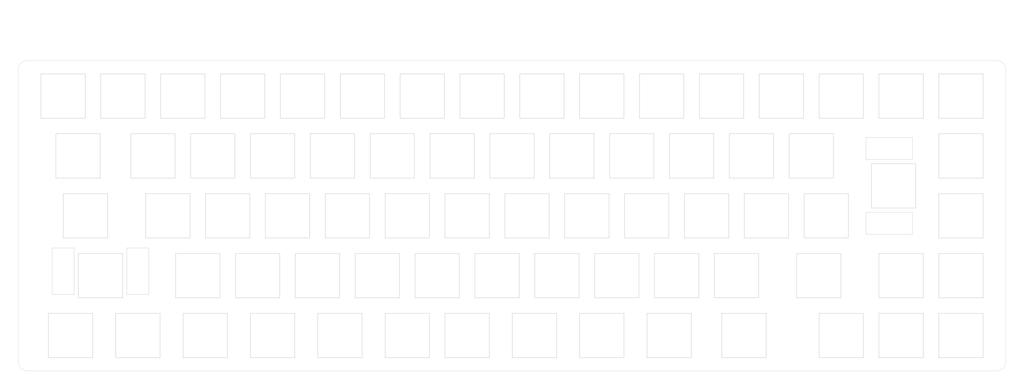
<source format=kicad_pcb>
(kicad_pcb (version 20171130) (host pcbnew "(5.1.10)-1")

  (general
    (thickness 1.6)
    (drawings 50)
    (tracks 0)
    (zones 0)
    (modules 89)
    (nets 1)
  )

  (page A3)
  (layers
    (0 F.Cu signal)
    (31 B.Cu signal)
    (32 B.Adhes user)
    (33 F.Adhes user)
    (34 B.Paste user)
    (35 F.Paste user)
    (36 B.SilkS user)
    (37 F.SilkS user)
    (38 B.Mask user)
    (39 F.Mask user)
    (40 Dwgs.User user)
    (41 Cmts.User user)
    (42 Eco1.User user)
    (43 Eco2.User user)
    (44 Edge.Cuts user)
    (45 Margin user)
    (46 B.CrtYd user)
    (47 F.CrtYd user)
    (48 B.Fab user)
    (49 F.Fab user)
  )

  (setup
    (last_trace_width 0.25)
    (user_trace_width 0.5)
    (user_trace_width 0.5)
    (trace_clearance 0.2)
    (zone_clearance 0.508)
    (zone_45_only no)
    (trace_min 0.2)
    (via_size 0.8)
    (via_drill 0.4)
    (via_min_size 0.4)
    (via_min_drill 0.3)
    (uvia_size 0.3)
    (uvia_drill 0.1)
    (uvias_allowed no)
    (uvia_min_size 0.2)
    (uvia_min_drill 0.1)
    (edge_width 0.1)
    (segment_width 0.2)
    (pcb_text_width 0.3)
    (pcb_text_size 1.5 1.5)
    (mod_edge_width 0.15)
    (mod_text_size 1 1)
    (mod_text_width 0.15)
    (pad_size 2.2 2.2)
    (pad_drill 2.2)
    (pad_to_mask_clearance 0)
    (aux_axis_origin 0 0)
    (visible_elements 7FFFFFFF)
    (pcbplotparams
      (layerselection 0x01000_7ffffffe)
      (usegerberextensions true)
      (usegerberattributes false)
      (usegerberadvancedattributes false)
      (creategerberjobfile false)
      (excludeedgelayer true)
      (linewidth 0.100000)
      (plotframeref false)
      (viasonmask false)
      (mode 1)
      (useauxorigin false)
      (hpglpennumber 1)
      (hpglpenspeed 20)
      (hpglpendiameter 15.000000)
      (psnegative false)
      (psa4output false)
      (plotreference true)
      (plotvalue true)
      (plotinvisibletext false)
      (padsonsilk false)
      (subtractmaskfromsilk false)
      (outputformat 4)
      (mirror false)
      (drillshape 0)
      (scaleselection 1)
      (outputdirectory "C:/Users/サリチル酸/Desktop/"))
  )

  (net 0 "")

  (net_class Default "これはデフォルトのネット クラスです。"
    (clearance 0.2)
    (trace_width 0.25)
    (via_dia 0.8)
    (via_drill 0.4)
    (uvia_dia 0.3)
    (uvia_drill 0.1)
  )

  (module kbd_SW_Hole:SW_Hole_2u (layer F.Cu) (tedit 60F58AF2) (tstamp 60A297C8)
    (at 292.89375 57.15 270)
    (fp_text reference SW66 (at 7 8.1 90) (layer Edge.Cuts) hide
      (effects (font (size 1 1) (thickness 0.15)))
    )
    (fp_text value KEY_SWITCH (at -7.4 -8.1 90) (layer F.Fab) hide
      (effects (font (size 1 1) (thickness 0.15)))
    )
    (fp_line (start 19.05 9.525) (end 19.05 -9.525) (layer F.Fab) (width 0.15))
    (fp_line (start -19.05 9.525) (end 19.05 9.525) (layer F.Fab) (width 0.15))
    (fp_line (start -19.05 -9.525) (end -19.05 9.525) (layer F.Fab) (width 0.15))
    (fp_line (start 19.05 -9.525) (end -19.05 -9.525) (layer F.Fab) (width 0.15))
    (fp_line (start -7.05 7.05) (end -7.05 -7.05) (layer Edge.Cuts) (width 0.15))
    (fp_line (start 7.05 7.05) (end -7.05 7.05) (layer Edge.Cuts) (width 0.15))
    (fp_line (start 7.05 -7.05) (end 7.05 7.05) (layer Edge.Cuts) (width 0.15))
    (fp_line (start -7.05 -7.05) (end 7.05 -7.05) (layer Edge.Cuts) (width 0.15))
    (fp_line (start 8.4 -6) (end 8.4 8.8) (layer Edge.Cuts) (width 0.12))
    (fp_line (start 8.4 8.8) (end 15.4 8.8) (layer Edge.Cuts) (width 0.12))
    (fp_line (start 15.4 8.8) (end 15.4 -6) (layer Edge.Cuts) (width 0.12))
    (fp_line (start 15.4 -6) (end 8.4 -6) (layer Edge.Cuts) (width 0.12))
    (fp_line (start -8.4 -6) (end -8.4 8.8) (layer Edge.Cuts) (width 0.12))
    (fp_line (start -8.4 8.8) (end -15.4 8.8) (layer Edge.Cuts) (width 0.12))
    (fp_line (start -15.4 8.8) (end -15.4 -6) (layer Edge.Cuts) (width 0.12))
    (fp_line (start -15.4 -6) (end -8.4 -6) (layer Edge.Cuts) (width 0.12))
  )

  (module kbd_SW_Hole:SW_Hole_1.25u (layer F.Cu) (tedit 60F58AA9) (tstamp 60A299D0)
    (at 245.26875 104.775)
    (path /5C6AB630)
    (fp_text reference SW55 (at 7 8.1) (layer F.SilkS) hide
      (effects (font (size 1 1) (thickness 0.15)))
    )
    (fp_text value SW_PUSH (at -7.4 -8.1) (layer F.Fab) hide
      (effects (font (size 1 1) (thickness 0.15)))
    )
    (fp_line (start 11.90625 9.525) (end 11.90625 -9.525) (layer F.Fab) (width 0.15))
    (fp_line (start -11.90625 9.525) (end 11.90625 9.525) (layer F.Fab) (width 0.15))
    (fp_line (start -11.90625 -9.525) (end -11.90625 9.525) (layer F.Fab) (width 0.15))
    (fp_line (start 11.90625 -9.525) (end -11.90625 -9.525) (layer F.Fab) (width 0.15))
    (fp_line (start -7.05 7.05) (end -7.05 -7.05) (layer Edge.Cuts) (width 0.15))
    (fp_line (start 7.05 7.05) (end -7.05 7.05) (layer Edge.Cuts) (width 0.15))
    (fp_line (start 7.05 -7.05) (end 7.05 7.05) (layer Edge.Cuts) (width 0.15))
    (fp_line (start -7.05 -7.05) (end 7.05 -7.05) (layer Edge.Cuts) (width 0.15))
  )

  (module kbd_SW_Hole:SW_Hole_1.25u (layer F.Cu) (tedit 60F58AA9) (tstamp 60A299BA)
    (at 221.45625 104.775)
    (path /5C6AB630)
    (fp_text reference SW50 (at 7 8.1) (layer F.SilkS) hide
      (effects (font (size 1 1) (thickness 0.15)))
    )
    (fp_text value SW_PUSH (at -7.4 -8.1) (layer F.Fab) hide
      (effects (font (size 1 1) (thickness 0.15)))
    )
    (fp_line (start 11.90625 9.525) (end 11.90625 -9.525) (layer F.Fab) (width 0.15))
    (fp_line (start -11.90625 9.525) (end 11.90625 9.525) (layer F.Fab) (width 0.15))
    (fp_line (start -11.90625 -9.525) (end -11.90625 9.525) (layer F.Fab) (width 0.15))
    (fp_line (start 11.90625 -9.525) (end -11.90625 -9.525) (layer F.Fab) (width 0.15))
    (fp_line (start -7.05 7.05) (end -7.05 -7.05) (layer Edge.Cuts) (width 0.15))
    (fp_line (start 7.05 7.05) (end -7.05 7.05) (layer Edge.Cuts) (width 0.15))
    (fp_line (start 7.05 -7.05) (end 7.05 7.05) (layer Edge.Cuts) (width 0.15))
    (fp_line (start -7.05 -7.05) (end 7.05 -7.05) (layer Edge.Cuts) (width 0.15))
  )

  (module kbd_SW_Hole:SW_Hole_1.25u (layer F.Cu) (tedit 60F58AA9) (tstamp 60A299A4)
    (at 178.59375 104.775)
    (path /5C6AB630)
    (fp_text reference SW40 (at 7 8.1) (layer F.SilkS) hide
      (effects (font (size 1 1) (thickness 0.15)))
    )
    (fp_text value SW_PUSH (at -7.4 -8.1) (layer F.Fab) hide
      (effects (font (size 1 1) (thickness 0.15)))
    )
    (fp_line (start 11.90625 9.525) (end 11.90625 -9.525) (layer F.Fab) (width 0.15))
    (fp_line (start -11.90625 9.525) (end 11.90625 9.525) (layer F.Fab) (width 0.15))
    (fp_line (start -11.90625 -9.525) (end -11.90625 9.525) (layer F.Fab) (width 0.15))
    (fp_line (start 11.90625 -9.525) (end -11.90625 -9.525) (layer F.Fab) (width 0.15))
    (fp_line (start -7.05 7.05) (end -7.05 -7.05) (layer Edge.Cuts) (width 0.15))
    (fp_line (start 7.05 7.05) (end -7.05 7.05) (layer Edge.Cuts) (width 0.15))
    (fp_line (start 7.05 -7.05) (end 7.05 7.05) (layer Edge.Cuts) (width 0.15))
    (fp_line (start -7.05 -7.05) (end 7.05 -7.05) (layer Edge.Cuts) (width 0.15))
  )

  (module kbd_SW_Hole:SW_Hole_1.25u (layer F.Cu) (tedit 60F58AA9) (tstamp 5CB90C09)
    (at 116.68125 104.775)
    (path /5C6AB630)
    (fp_text reference SW25 (at 7 8.1) (layer F.SilkS) hide
      (effects (font (size 1 1) (thickness 0.15)))
    )
    (fp_text value SW_PUSH (at -7.4 -8.1) (layer F.Fab) hide
      (effects (font (size 1 1) (thickness 0.15)))
    )
    (fp_line (start 11.90625 9.525) (end 11.90625 -9.525) (layer F.Fab) (width 0.15))
    (fp_line (start -11.90625 9.525) (end 11.90625 9.525) (layer F.Fab) (width 0.15))
    (fp_line (start -11.90625 -9.525) (end -11.90625 9.525) (layer F.Fab) (width 0.15))
    (fp_line (start 11.90625 -9.525) (end -11.90625 -9.525) (layer F.Fab) (width 0.15))
    (fp_line (start -7.05 7.05) (end -7.05 -7.05) (layer Edge.Cuts) (width 0.15))
    (fp_line (start 7.05 7.05) (end -7.05 7.05) (layer Edge.Cuts) (width 0.15))
    (fp_line (start 7.05 -7.05) (end 7.05 7.05) (layer Edge.Cuts) (width 0.15))
    (fp_line (start -7.05 -7.05) (end 7.05 -7.05) (layer Edge.Cuts) (width 0.15))
  )

  (module kbd_SW_Hole:SW_Hole_1.25u (layer F.Cu) (tedit 60F58AA9) (tstamp 60524BCB)
    (at 30.95625 104.775)
    (path /5CAAE83E)
    (fp_text reference SW5 (at 7 8.1) (layer F.SilkS) hide
      (effects (font (size 1 1) (thickness 0.15)))
    )
    (fp_text value SW_PUSH (at -7.4 -8.1) (layer F.Fab) hide
      (effects (font (size 1 1) (thickness 0.15)))
    )
    (fp_line (start 11.90625 9.525) (end 11.90625 -9.525) (layer F.Fab) (width 0.15))
    (fp_line (start -11.90625 9.525) (end 11.90625 9.525) (layer F.Fab) (width 0.15))
    (fp_line (start -11.90625 -9.525) (end -11.90625 9.525) (layer F.Fab) (width 0.15))
    (fp_line (start 11.90625 -9.525) (end -11.90625 -9.525) (layer F.Fab) (width 0.15))
    (fp_line (start -7.05 7.05) (end -7.05 -7.05) (layer Edge.Cuts) (width 0.15))
    (fp_line (start 7.05 7.05) (end -7.05 7.05) (layer Edge.Cuts) (width 0.15))
    (fp_line (start 7.05 -7.05) (end 7.05 7.05) (layer Edge.Cuts) (width 0.15))
    (fp_line (start -7.05 -7.05) (end 7.05 -7.05) (layer Edge.Cuts) (width 0.15))
  )

  (module kbd_SW_Hole:SW_Hole_1.25u (layer F.Cu) (tedit 60F58AA9) (tstamp 5CB90BF3)
    (at 73.81875 104.775)
    (path /5CAAE83E)
    (fp_text reference SW15 (at 7 8.1) (layer F.SilkS) hide
      (effects (font (size 1 1) (thickness 0.15)))
    )
    (fp_text value SW_PUSH (at -7.4 -8.1) (layer F.Fab) hide
      (effects (font (size 1 1) (thickness 0.15)))
    )
    (fp_line (start 11.90625 9.525) (end 11.90625 -9.525) (layer F.Fab) (width 0.15))
    (fp_line (start -11.90625 9.525) (end 11.90625 9.525) (layer F.Fab) (width 0.15))
    (fp_line (start -11.90625 -9.525) (end -11.90625 9.525) (layer F.Fab) (width 0.15))
    (fp_line (start 11.90625 -9.525) (end -11.90625 -9.525) (layer F.Fab) (width 0.15))
    (fp_line (start -7.05 7.05) (end -7.05 -7.05) (layer Edge.Cuts) (width 0.15))
    (fp_line (start 7.05 7.05) (end -7.05 7.05) (layer Edge.Cuts) (width 0.15))
    (fp_line (start 7.05 -7.05) (end 7.05 7.05) (layer Edge.Cuts) (width 0.15))
    (fp_line (start -7.05 -7.05) (end 7.05 -7.05) (layer Edge.Cuts) (width 0.15))
  )

  (module kbd_SW_Hole:SW_Hole_2.25u (layer F.Cu) (tedit 60F58B15) (tstamp 60A290EB)
    (at 40.48125 85.725 180)
    (fp_text reference SW4 (at 7 8.1) (layer Edge.Cuts) hide
      (effects (font (size 1 1) (thickness 0.15)))
    )
    (fp_text value KEY_SWITCH (at -7.4 -8.1) (layer F.Fab) hide
      (effects (font (size 1 1) (thickness 0.15)))
    )
    (fp_line (start 21.43125 9.525) (end 21.43125 -9.525) (layer F.Fab) (width 0.15))
    (fp_line (start -21.43125 9.525) (end 21.43125 9.525) (layer F.Fab) (width 0.15))
    (fp_line (start -21.43125 -9.525) (end -21.43125 9.525) (layer F.Fab) (width 0.15))
    (fp_line (start 21.43125 -9.525) (end -21.43125 -9.525) (layer F.Fab) (width 0.15))
    (fp_line (start -7.05 7.05) (end -7.05 -7.05) (layer Edge.Cuts) (width 0.15))
    (fp_line (start 7.05 7.05) (end -7.05 7.05) (layer Edge.Cuts) (width 0.15))
    (fp_line (start 7.05 -7.05) (end 7.05 7.05) (layer Edge.Cuts) (width 0.15))
    (fp_line (start -7.05 -7.05) (end 7.05 -7.05) (layer Edge.Cuts) (width 0.15))
    (fp_line (start 8.4 -6) (end 8.4 8.8) (layer Edge.Cuts) (width 0.12))
    (fp_line (start 8.4 8.8) (end 15.4 8.8) (layer Edge.Cuts) (width 0.12))
    (fp_line (start 15.4 8.8) (end 15.4 -6) (layer Edge.Cuts) (width 0.12))
    (fp_line (start 15.4 -6) (end 8.4 -6) (layer Edge.Cuts) (width 0.12))
    (fp_line (start -8.4 -6) (end -8.4 8.8) (layer Edge.Cuts) (width 0.12))
    (fp_line (start -8.4 8.8) (end -15.4 8.8) (layer Edge.Cuts) (width 0.12))
    (fp_line (start -15.4 8.8) (end -15.4 -6) (layer Edge.Cuts) (width 0.12))
    (fp_line (start -15.4 -6) (end -8.4 -6) (layer Edge.Cuts) (width 0.12))
  )

  (module kbd_SW_Hole:SW_Hole_1.75u (layer F.Cu) (tedit 60F58ACC) (tstamp 60A296AC)
    (at 269.08125 85.725)
    (path /5C3DCEFA)
    (fp_text reference SW62 (at 7 8.1) (layer F.SilkS) hide
      (effects (font (size 1 1) (thickness 0.15)))
    )
    (fp_text value SW_PUSH (at -7.4 -8.1) (layer F.Fab) hide
      (effects (font (size 1 1) (thickness 0.15)))
    )
    (fp_line (start 16.66875 9.525) (end 16.66875 -9.525) (layer F.Fab) (width 0.15))
    (fp_line (start -16.66875 9.525) (end 16.66875 9.525) (layer F.Fab) (width 0.15))
    (fp_line (start -16.66875 -9.525) (end -16.66875 9.525) (layer F.Fab) (width 0.15))
    (fp_line (start 16.66875 -9.525) (end -16.66875 -9.525) (layer F.Fab) (width 0.15))
    (fp_line (start -7.05 7.05) (end -7.05 -7.05) (layer Edge.Cuts) (width 0.15))
    (fp_line (start 7.05 7.05) (end -7.05 7.05) (layer Edge.Cuts) (width 0.15))
    (fp_line (start 7.05 -7.05) (end 7.05 7.05) (layer Edge.Cuts) (width 0.15))
    (fp_line (start -7.05 -7.05) (end 7.05 -7.05) (layer Edge.Cuts) (width 0.15))
  )

  (module kbd_SW_Hole:SW_Hole_1.75u (layer F.Cu) (tedit 60F58ACC) (tstamp 5CF70F1B)
    (at 35.71875 66.675)
    (path /5CAAE847)
    (fp_text reference SW3 (at 7 8.1) (layer Edge.Cuts) hide
      (effects (font (size 1 1) (thickness 0.15)))
    )
    (fp_text value SW_PUSH (at -7.4 -8.1) (layer F.Fab) hide
      (effects (font (size 1 1) (thickness 0.15)))
    )
    (fp_line (start 16.66875 9.525) (end 16.66875 -9.525) (layer F.Fab) (width 0.15))
    (fp_line (start -16.66875 9.525) (end 16.66875 9.525) (layer F.Fab) (width 0.15))
    (fp_line (start -16.66875 -9.525) (end -16.66875 9.525) (layer F.Fab) (width 0.15))
    (fp_line (start 16.66875 -9.525) (end -16.66875 -9.525) (layer F.Fab) (width 0.15))
    (fp_line (start -7.05 7.05) (end -7.05 -7.05) (layer Edge.Cuts) (width 0.15))
    (fp_line (start 7.05 7.05) (end -7.05 7.05) (layer Edge.Cuts) (width 0.15))
    (fp_line (start 7.05 -7.05) (end 7.05 7.05) (layer Edge.Cuts) (width 0.15))
    (fp_line (start -7.05 -7.05) (end 7.05 -7.05) (layer Edge.Cuts) (width 0.15))
  )

  (module kbd_SW_Hole:SW_Hole_1.5u (layer F.Cu) (tedit 60F58A81) (tstamp 60A28FB7)
    (at 33.3375 47.625)
    (fp_text reference SW2 (at 7 8.1) (layer F.SilkS) hide
      (effects (font (size 1 1) (thickness 0.15)))
    )
    (fp_text value KEY_SWITCH (at -7.4 -8.1) (layer F.Fab) hide
      (effects (font (size 1 1) (thickness 0.15)))
    )
    (fp_line (start 14.2875 9.525) (end 14.2875 -9.525) (layer F.Fab) (width 0.15))
    (fp_line (start -14.2875 9.525) (end 14.2875 9.525) (layer F.Fab) (width 0.15))
    (fp_line (start -14.2875 -9.525) (end -14.2875 9.525) (layer F.Fab) (width 0.15))
    (fp_line (start 14.2875 -9.525) (end -14.2875 -9.525) (layer F.Fab) (width 0.15))
    (fp_line (start -7.05 7.05) (end -7.05 -7.05) (layer Edge.Cuts) (width 0.15))
    (fp_line (start 7.05 7.05) (end -7.05 7.05) (layer Edge.Cuts) (width 0.15))
    (fp_line (start 7.05 -7.05) (end 7.05 7.05) (layer Edge.Cuts) (width 0.15))
    (fp_line (start -7.05 -7.05) (end 7.05 -7.05) (layer Edge.Cuts) (width 0.15))
  )

  (module kbd_SW_Hole:SW_Hole_1u (layer F.Cu) (tedit 60F58A59) (tstamp 60A298E0)
    (at 276.225 28.575)
    (path /5C3DCE96)
    (fp_text reference SW64 (at 7 8.1) (layer F.SilkS) hide
      (effects (font (size 1 1) (thickness 0.15)))
    )
    (fp_text value SW_PUSH (at -7.4 -8.1) (layer F.Fab) hide
      (effects (font (size 1 1) (thickness 0.15)))
    )
    (fp_line (start 9.525 9.525) (end 9.525 -9.525) (layer F.Fab) (width 0.15))
    (fp_line (start -9.525 9.525) (end 9.525 9.525) (layer F.Fab) (width 0.15))
    (fp_line (start -9.525 -9.525) (end -9.525 9.525) (layer F.Fab) (width 0.15))
    (fp_line (start 9.525 -9.525) (end -9.525 -9.525) (layer F.Fab) (width 0.15))
    (fp_line (start -7.05 7.05) (end -7.05 -7.05) (layer Edge.Cuts) (width 0.15))
    (fp_line (start 7.05 7.05) (end -7.05 7.05) (layer Edge.Cuts) (width 0.15))
    (fp_line (start 7.05 -7.05) (end 7.05 7.05) (layer Edge.Cuts) (width 0.15))
    (fp_line (start -7.05 -7.05) (end 7.05 -7.05) (layer Edge.Cuts) (width 0.15))
  )

  (module kbd_SW_Hole:SW_Hole_1u (layer F.Cu) (tedit 60F58A59) (tstamp 60A298D5)
    (at 295.275 28.575)
    (path /5C3DCE96)
    (fp_text reference SW65 (at 7 8.1) (layer F.SilkS) hide
      (effects (font (size 1 1) (thickness 0.15)))
    )
    (fp_text value SW_PUSH (at -7.4 -8.1) (layer F.Fab) hide
      (effects (font (size 1 1) (thickness 0.15)))
    )
    (fp_line (start 9.525 9.525) (end 9.525 -9.525) (layer F.Fab) (width 0.15))
    (fp_line (start -9.525 9.525) (end 9.525 9.525) (layer F.Fab) (width 0.15))
    (fp_line (start -9.525 -9.525) (end -9.525 9.525) (layer F.Fab) (width 0.15))
    (fp_line (start 9.525 -9.525) (end -9.525 -9.525) (layer F.Fab) (width 0.15))
    (fp_line (start -7.05 7.05) (end -7.05 -7.05) (layer Edge.Cuts) (width 0.15))
    (fp_line (start 7.05 7.05) (end -7.05 7.05) (layer Edge.Cuts) (width 0.15))
    (fp_line (start 7.05 -7.05) (end 7.05 7.05) (layer Edge.Cuts) (width 0.15))
    (fp_line (start -7.05 -7.05) (end 7.05 -7.05) (layer Edge.Cuts) (width 0.15))
  )

  (module kbd_SW_Hole:SW_Hole_1u (layer F.Cu) (tedit 60F58A59) (tstamp 60A29840)
    (at 314.325 66.675)
    (path /5C3DCE96)
    (fp_text reference SW71 (at 7 8.1) (layer F.SilkS) hide
      (effects (font (size 1 1) (thickness 0.15)))
    )
    (fp_text value SW_PUSH (at -7.4 -8.1) (layer F.Fab) hide
      (effects (font (size 1 1) (thickness 0.15)))
    )
    (fp_line (start 9.525 9.525) (end 9.525 -9.525) (layer F.Fab) (width 0.15))
    (fp_line (start -9.525 9.525) (end 9.525 9.525) (layer F.Fab) (width 0.15))
    (fp_line (start -9.525 -9.525) (end -9.525 9.525) (layer F.Fab) (width 0.15))
    (fp_line (start 9.525 -9.525) (end -9.525 -9.525) (layer F.Fab) (width 0.15))
    (fp_line (start -7.05 7.05) (end -7.05 -7.05) (layer Edge.Cuts) (width 0.15))
    (fp_line (start 7.05 7.05) (end -7.05 7.05) (layer Edge.Cuts) (width 0.15))
    (fp_line (start 7.05 -7.05) (end 7.05 7.05) (layer Edge.Cuts) (width 0.15))
    (fp_line (start -7.05 -7.05) (end 7.05 -7.05) (layer Edge.Cuts) (width 0.15))
  )

  (module kbd_SW_Hole:SW_Hole_1u (layer F.Cu) (tedit 60F58A59) (tstamp 60A2982A)
    (at 314.325 28.575)
    (path /5C3DCE96)
    (fp_text reference SW69 (at 7 8.1) (layer F.SilkS) hide
      (effects (font (size 1 1) (thickness 0.15)))
    )
    (fp_text value SW_PUSH (at -7.4 -8.1) (layer F.Fab) hide
      (effects (font (size 1 1) (thickness 0.15)))
    )
    (fp_line (start 9.525 9.525) (end 9.525 -9.525) (layer F.Fab) (width 0.15))
    (fp_line (start -9.525 9.525) (end 9.525 9.525) (layer F.Fab) (width 0.15))
    (fp_line (start -9.525 -9.525) (end -9.525 9.525) (layer F.Fab) (width 0.15))
    (fp_line (start 9.525 -9.525) (end -9.525 -9.525) (layer F.Fab) (width 0.15))
    (fp_line (start -7.05 7.05) (end -7.05 -7.05) (layer Edge.Cuts) (width 0.15))
    (fp_line (start 7.05 7.05) (end -7.05 7.05) (layer Edge.Cuts) (width 0.15))
    (fp_line (start 7.05 -7.05) (end 7.05 7.05) (layer Edge.Cuts) (width 0.15))
    (fp_line (start -7.05 -7.05) (end 7.05 -7.05) (layer Edge.Cuts) (width 0.15))
  )

  (module kbd_SW_Hole:SW_Hole_1u (layer F.Cu) (tedit 60F58A59) (tstamp 60A2971A)
    (at 252.4125 66.675)
    (path /5C3DCE96)
    (fp_text reference SW58 (at 7 8.1) (layer F.SilkS) hide
      (effects (font (size 1 1) (thickness 0.15)))
    )
    (fp_text value SW_PUSH (at -7.4 -8.1) (layer F.Fab) hide
      (effects (font (size 1 1) (thickness 0.15)))
    )
    (fp_line (start 9.525 9.525) (end 9.525 -9.525) (layer F.Fab) (width 0.15))
    (fp_line (start -9.525 9.525) (end 9.525 9.525) (layer F.Fab) (width 0.15))
    (fp_line (start -9.525 -9.525) (end -9.525 9.525) (layer F.Fab) (width 0.15))
    (fp_line (start 9.525 -9.525) (end -9.525 -9.525) (layer F.Fab) (width 0.15))
    (fp_line (start -7.05 7.05) (end -7.05 -7.05) (layer Edge.Cuts) (width 0.15))
    (fp_line (start 7.05 7.05) (end -7.05 7.05) (layer Edge.Cuts) (width 0.15))
    (fp_line (start 7.05 -7.05) (end 7.05 7.05) (layer Edge.Cuts) (width 0.15))
    (fp_line (start -7.05 -7.05) (end 7.05 -7.05) (layer Edge.Cuts) (width 0.15))
  )

  (module kbd_SW_Hole:SW_Hole_1u (layer F.Cu) (tedit 60F58A59) (tstamp 60A2970F)
    (at 219.075 28.575)
    (path /5C3DCE96)
    (fp_text reference SW51 (at 7 8.1) (layer F.SilkS) hide
      (effects (font (size 1 1) (thickness 0.15)))
    )
    (fp_text value SW_PUSH (at -7.4 -8.1) (layer F.Fab) hide
      (effects (font (size 1 1) (thickness 0.15)))
    )
    (fp_line (start 9.525 9.525) (end 9.525 -9.525) (layer F.Fab) (width 0.15))
    (fp_line (start -9.525 9.525) (end 9.525 9.525) (layer F.Fab) (width 0.15))
    (fp_line (start -9.525 -9.525) (end -9.525 9.525) (layer F.Fab) (width 0.15))
    (fp_line (start 9.525 -9.525) (end -9.525 -9.525) (layer F.Fab) (width 0.15))
    (fp_line (start -7.05 7.05) (end -7.05 -7.05) (layer Edge.Cuts) (width 0.15))
    (fp_line (start 7.05 7.05) (end -7.05 7.05) (layer Edge.Cuts) (width 0.15))
    (fp_line (start 7.05 -7.05) (end 7.05 7.05) (layer Edge.Cuts) (width 0.15))
    (fp_line (start -7.05 -7.05) (end 7.05 -7.05) (layer Edge.Cuts) (width 0.15))
  )

  (module kbd_SW_Hole:SW_Hole_1u (layer F.Cu) (tedit 60F58A59) (tstamp 60A29704)
    (at 257.175 28.575)
    (path /5C3DCE96)
    (fp_text reference SW59 (at 7 8.1) (layer F.SilkS) hide
      (effects (font (size 1 1) (thickness 0.15)))
    )
    (fp_text value SW_PUSH (at -7.4 -8.1) (layer F.Fab) hide
      (effects (font (size 1 1) (thickness 0.15)))
    )
    (fp_line (start 9.525 9.525) (end 9.525 -9.525) (layer F.Fab) (width 0.15))
    (fp_line (start -9.525 9.525) (end 9.525 9.525) (layer F.Fab) (width 0.15))
    (fp_line (start -9.525 -9.525) (end -9.525 9.525) (layer F.Fab) (width 0.15))
    (fp_line (start 9.525 -9.525) (end -9.525 -9.525) (layer F.Fab) (width 0.15))
    (fp_line (start -7.05 7.05) (end -7.05 -7.05) (layer Edge.Cuts) (width 0.15))
    (fp_line (start 7.05 7.05) (end -7.05 7.05) (layer Edge.Cuts) (width 0.15))
    (fp_line (start 7.05 -7.05) (end 7.05 7.05) (layer Edge.Cuts) (width 0.15))
    (fp_line (start -7.05 -7.05) (end 7.05 -7.05) (layer Edge.Cuts) (width 0.15))
  )

  (module kbd_SW_Hole:SW_Hole_1u (layer F.Cu) (tedit 60F58A59) (tstamp 60A296EE)
    (at 271.4625 66.675)
    (path /5C3DCE96)
    (fp_text reference SW61 (at 7 8.1) (layer F.SilkS) hide
      (effects (font (size 1 1) (thickness 0.15)))
    )
    (fp_text value SW_PUSH (at -7.4 -8.1) (layer F.Fab) hide
      (effects (font (size 1 1) (thickness 0.15)))
    )
    (fp_line (start 9.525 9.525) (end 9.525 -9.525) (layer F.Fab) (width 0.15))
    (fp_line (start -9.525 9.525) (end 9.525 9.525) (layer F.Fab) (width 0.15))
    (fp_line (start -9.525 -9.525) (end -9.525 9.525) (layer F.Fab) (width 0.15))
    (fp_line (start 9.525 -9.525) (end -9.525 -9.525) (layer F.Fab) (width 0.15))
    (fp_line (start -7.05 7.05) (end -7.05 -7.05) (layer Edge.Cuts) (width 0.15))
    (fp_line (start 7.05 7.05) (end -7.05 7.05) (layer Edge.Cuts) (width 0.15))
    (fp_line (start 7.05 -7.05) (end 7.05 7.05) (layer Edge.Cuts) (width 0.15))
    (fp_line (start -7.05 -7.05) (end 7.05 -7.05) (layer Edge.Cuts) (width 0.15))
  )

  (module kbd_SW_Hole:SW_Hole_1u (layer F.Cu) (tedit 60F58A59) (tstamp 60A296E3)
    (at 233.3625 66.675)
    (path /5C3DCE96)
    (fp_text reference SW53 (at 7 8.1) (layer F.SilkS) hide
      (effects (font (size 1 1) (thickness 0.15)))
    )
    (fp_text value SW_PUSH (at -7.4 -8.1) (layer F.Fab) hide
      (effects (font (size 1 1) (thickness 0.15)))
    )
    (fp_line (start 9.525 9.525) (end 9.525 -9.525) (layer F.Fab) (width 0.15))
    (fp_line (start -9.525 9.525) (end 9.525 9.525) (layer F.Fab) (width 0.15))
    (fp_line (start -9.525 -9.525) (end -9.525 9.525) (layer F.Fab) (width 0.15))
    (fp_line (start 9.525 -9.525) (end -9.525 -9.525) (layer F.Fab) (width 0.15))
    (fp_line (start -7.05 7.05) (end -7.05 -7.05) (layer Edge.Cuts) (width 0.15))
    (fp_line (start 7.05 7.05) (end -7.05 7.05) (layer Edge.Cuts) (width 0.15))
    (fp_line (start 7.05 -7.05) (end 7.05 7.05) (layer Edge.Cuts) (width 0.15))
    (fp_line (start -7.05 -7.05) (end 7.05 -7.05) (layer Edge.Cuts) (width 0.15))
  )

  (module kbd_SW_Hole:SW_Hole_1u (layer F.Cu) (tedit 60F58A59) (tstamp 60A296C2)
    (at 238.125 28.575)
    (path /5C3DCE96)
    (fp_text reference SW56 (at 7 8.1) (layer F.SilkS) hide
      (effects (font (size 1 1) (thickness 0.15)))
    )
    (fp_text value SW_PUSH (at -7.4 -8.1) (layer F.Fab) hide
      (effects (font (size 1 1) (thickness 0.15)))
    )
    (fp_line (start 9.525 9.525) (end 9.525 -9.525) (layer F.Fab) (width 0.15))
    (fp_line (start -9.525 9.525) (end 9.525 9.525) (layer F.Fab) (width 0.15))
    (fp_line (start -9.525 -9.525) (end -9.525 9.525) (layer F.Fab) (width 0.15))
    (fp_line (start 9.525 -9.525) (end -9.525 -9.525) (layer F.Fab) (width 0.15))
    (fp_line (start -7.05 7.05) (end -7.05 -7.05) (layer Edge.Cuts) (width 0.15))
    (fp_line (start 7.05 7.05) (end -7.05 7.05) (layer Edge.Cuts) (width 0.15))
    (fp_line (start 7.05 -7.05) (end 7.05 7.05) (layer Edge.Cuts) (width 0.15))
    (fp_line (start -7.05 -7.05) (end 7.05 -7.05) (layer Edge.Cuts) (width 0.15))
  )

  (module kbd_SW_Hole:SW_Hole_1u (layer F.Cu) (tedit 60F58A59) (tstamp 60A29612)
    (at 214.3125 66.675)
    (path /5C3DCE96)
    (fp_text reference SW48 (at 7 8.1) (layer F.SilkS) hide
      (effects (font (size 1 1) (thickness 0.15)))
    )
    (fp_text value SW_PUSH (at -7.4 -8.1) (layer F.Fab) hide
      (effects (font (size 1 1) (thickness 0.15)))
    )
    (fp_line (start 9.525 9.525) (end 9.525 -9.525) (layer F.Fab) (width 0.15))
    (fp_line (start -9.525 9.525) (end 9.525 9.525) (layer F.Fab) (width 0.15))
    (fp_line (start -9.525 -9.525) (end -9.525 9.525) (layer F.Fab) (width 0.15))
    (fp_line (start 9.525 -9.525) (end -9.525 -9.525) (layer F.Fab) (width 0.15))
    (fp_line (start -7.05 7.05) (end -7.05 -7.05) (layer Edge.Cuts) (width 0.15))
    (fp_line (start 7.05 7.05) (end -7.05 7.05) (layer Edge.Cuts) (width 0.15))
    (fp_line (start 7.05 -7.05) (end 7.05 7.05) (layer Edge.Cuts) (width 0.15))
    (fp_line (start -7.05 -7.05) (end 7.05 -7.05) (layer Edge.Cuts) (width 0.15))
  )

  (module kbd_SW_Hole:SW_Hole_1u (layer F.Cu) (tedit 60F58A59) (tstamp 60A295F1)
    (at 161.925 28.575)
    (path /5C3DCE96)
    (fp_text reference SW36 (at 7 8.1) (layer F.SilkS) hide
      (effects (font (size 1 1) (thickness 0.15)))
    )
    (fp_text value SW_PUSH (at -7.4 -8.1) (layer F.Fab) hide
      (effects (font (size 1 1) (thickness 0.15)))
    )
    (fp_line (start 9.525 9.525) (end 9.525 -9.525) (layer F.Fab) (width 0.15))
    (fp_line (start -9.525 9.525) (end 9.525 9.525) (layer F.Fab) (width 0.15))
    (fp_line (start -9.525 -9.525) (end -9.525 9.525) (layer F.Fab) (width 0.15))
    (fp_line (start 9.525 -9.525) (end -9.525 -9.525) (layer F.Fab) (width 0.15))
    (fp_line (start -7.05 7.05) (end -7.05 -7.05) (layer Edge.Cuts) (width 0.15))
    (fp_line (start 7.05 7.05) (end -7.05 7.05) (layer Edge.Cuts) (width 0.15))
    (fp_line (start 7.05 -7.05) (end 7.05 7.05) (layer Edge.Cuts) (width 0.15))
    (fp_line (start -7.05 -7.05) (end 7.05 -7.05) (layer Edge.Cuts) (width 0.15))
  )

  (module kbd_SW_Hole:SW_Hole_1u (layer F.Cu) (tedit 60F58A59) (tstamp 60A295DB)
    (at 176.2125 66.675)
    (path /5C3DCE96)
    (fp_text reference SW38 (at 7 8.1) (layer F.SilkS) hide
      (effects (font (size 1 1) (thickness 0.15)))
    )
    (fp_text value SW_PUSH (at -7.4 -8.1) (layer F.Fab) hide
      (effects (font (size 1 1) (thickness 0.15)))
    )
    (fp_line (start 9.525 9.525) (end 9.525 -9.525) (layer F.Fab) (width 0.15))
    (fp_line (start -9.525 9.525) (end 9.525 9.525) (layer F.Fab) (width 0.15))
    (fp_line (start -9.525 -9.525) (end -9.525 9.525) (layer F.Fab) (width 0.15))
    (fp_line (start 9.525 -9.525) (end -9.525 -9.525) (layer F.Fab) (width 0.15))
    (fp_line (start -7.05 7.05) (end -7.05 -7.05) (layer Edge.Cuts) (width 0.15))
    (fp_line (start 7.05 7.05) (end -7.05 7.05) (layer Edge.Cuts) (width 0.15))
    (fp_line (start 7.05 -7.05) (end 7.05 7.05) (layer Edge.Cuts) (width 0.15))
    (fp_line (start -7.05 -7.05) (end 7.05 -7.05) (layer Edge.Cuts) (width 0.15))
  )

  (module kbd_SW_Hole:SW_Hole_1u (layer F.Cu) (tedit 60F58A59) (tstamp 60A295D0)
    (at 180.975 28.575)
    (path /5C3DCE96)
    (fp_text reference SW41 (at 7 8.1) (layer F.SilkS) hide
      (effects (font (size 1 1) (thickness 0.15)))
    )
    (fp_text value SW_PUSH (at -7.4 -8.1) (layer F.Fab) hide
      (effects (font (size 1 1) (thickness 0.15)))
    )
    (fp_line (start 9.525 9.525) (end 9.525 -9.525) (layer F.Fab) (width 0.15))
    (fp_line (start -9.525 9.525) (end 9.525 9.525) (layer F.Fab) (width 0.15))
    (fp_line (start -9.525 -9.525) (end -9.525 9.525) (layer F.Fab) (width 0.15))
    (fp_line (start 9.525 -9.525) (end -9.525 -9.525) (layer F.Fab) (width 0.15))
    (fp_line (start -7.05 7.05) (end -7.05 -7.05) (layer Edge.Cuts) (width 0.15))
    (fp_line (start 7.05 7.05) (end -7.05 7.05) (layer Edge.Cuts) (width 0.15))
    (fp_line (start 7.05 -7.05) (end 7.05 7.05) (layer Edge.Cuts) (width 0.15))
    (fp_line (start -7.05 -7.05) (end 7.05 -7.05) (layer Edge.Cuts) (width 0.15))
  )

  (module kbd_SW_Hole:SW_Hole_1u (layer F.Cu) (tedit 60F58A59) (tstamp 60A295BA)
    (at 200.025 28.575)
    (path /5C3DCE96)
    (fp_text reference SW46 (at 7 8.1) (layer F.SilkS) hide
      (effects (font (size 1 1) (thickness 0.15)))
    )
    (fp_text value SW_PUSH (at -7.4 -8.1) (layer F.Fab) hide
      (effects (font (size 1 1) (thickness 0.15)))
    )
    (fp_line (start 9.525 9.525) (end 9.525 -9.525) (layer F.Fab) (width 0.15))
    (fp_line (start -9.525 9.525) (end 9.525 9.525) (layer F.Fab) (width 0.15))
    (fp_line (start -9.525 -9.525) (end -9.525 9.525) (layer F.Fab) (width 0.15))
    (fp_line (start 9.525 -9.525) (end -9.525 -9.525) (layer F.Fab) (width 0.15))
    (fp_line (start -7.05 7.05) (end -7.05 -7.05) (layer Edge.Cuts) (width 0.15))
    (fp_line (start 7.05 7.05) (end -7.05 7.05) (layer Edge.Cuts) (width 0.15))
    (fp_line (start 7.05 -7.05) (end 7.05 7.05) (layer Edge.Cuts) (width 0.15))
    (fp_line (start -7.05 -7.05) (end 7.05 -7.05) (layer Edge.Cuts) (width 0.15))
  )

  (module kbd_SW_Hole:SW_Hole_1u (layer F.Cu) (tedit 60F58A59) (tstamp 60A295A4)
    (at 195.2625 66.675)
    (path /5C3DCE96)
    (fp_text reference SW43 (at 7 8.1) (layer F.SilkS) hide
      (effects (font (size 1 1) (thickness 0.15)))
    )
    (fp_text value SW_PUSH (at -7.4 -8.1) (layer F.Fab) hide
      (effects (font (size 1 1) (thickness 0.15)))
    )
    (fp_line (start 9.525 9.525) (end 9.525 -9.525) (layer F.Fab) (width 0.15))
    (fp_line (start -9.525 9.525) (end 9.525 9.525) (layer F.Fab) (width 0.15))
    (fp_line (start -9.525 -9.525) (end -9.525 9.525) (layer F.Fab) (width 0.15))
    (fp_line (start 9.525 -9.525) (end -9.525 -9.525) (layer F.Fab) (width 0.15))
    (fp_line (start -7.05 7.05) (end -7.05 -7.05) (layer Edge.Cuts) (width 0.15))
    (fp_line (start 7.05 7.05) (end -7.05 7.05) (layer Edge.Cuts) (width 0.15))
    (fp_line (start 7.05 -7.05) (end 7.05 7.05) (layer Edge.Cuts) (width 0.15))
    (fp_line (start -7.05 -7.05) (end 7.05 -7.05) (layer Edge.Cuts) (width 0.15))
  )

  (module kbd_SW_Hole:SW_Hole_1u (layer F.Cu) (tedit 60F58A59) (tstamp 60A29515)
    (at 142.875 28.575)
    (path /5C3DCE96)
    (fp_text reference SW31 (at 7 8.1) (layer F.SilkS) hide
      (effects (font (size 1 1) (thickness 0.15)))
    )
    (fp_text value SW_PUSH (at -7.4 -8.1) (layer F.Fab) hide
      (effects (font (size 1 1) (thickness 0.15)))
    )
    (fp_line (start 9.525 9.525) (end 9.525 -9.525) (layer F.Fab) (width 0.15))
    (fp_line (start -9.525 9.525) (end 9.525 9.525) (layer F.Fab) (width 0.15))
    (fp_line (start -9.525 -9.525) (end -9.525 9.525) (layer F.Fab) (width 0.15))
    (fp_line (start 9.525 -9.525) (end -9.525 -9.525) (layer F.Fab) (width 0.15))
    (fp_line (start -7.05 7.05) (end -7.05 -7.05) (layer Edge.Cuts) (width 0.15))
    (fp_line (start 7.05 7.05) (end -7.05 7.05) (layer Edge.Cuts) (width 0.15))
    (fp_line (start 7.05 -7.05) (end 7.05 7.05) (layer Edge.Cuts) (width 0.15))
    (fp_line (start -7.05 -7.05) (end 7.05 -7.05) (layer Edge.Cuts) (width 0.15))
  )

  (module kbd_SW_Hole:SW_Hole_1u (layer F.Cu) (tedit 60F58A59) (tstamp 60A2950A)
    (at 138.1125 66.675)
    (path /5C3DCE96)
    (fp_text reference SW28 (at 7 8.1) (layer F.SilkS) hide
      (effects (font (size 1 1) (thickness 0.15)))
    )
    (fp_text value SW_PUSH (at -7.4 -8.1) (layer F.Fab) hide
      (effects (font (size 1 1) (thickness 0.15)))
    )
    (fp_line (start 9.525 9.525) (end 9.525 -9.525) (layer F.Fab) (width 0.15))
    (fp_line (start -9.525 9.525) (end 9.525 9.525) (layer F.Fab) (width 0.15))
    (fp_line (start -9.525 -9.525) (end -9.525 9.525) (layer F.Fab) (width 0.15))
    (fp_line (start 9.525 -9.525) (end -9.525 -9.525) (layer F.Fab) (width 0.15))
    (fp_line (start -7.05 7.05) (end -7.05 -7.05) (layer Edge.Cuts) (width 0.15))
    (fp_line (start 7.05 7.05) (end -7.05 7.05) (layer Edge.Cuts) (width 0.15))
    (fp_line (start 7.05 -7.05) (end 7.05 7.05) (layer Edge.Cuts) (width 0.15))
    (fp_line (start -7.05 -7.05) (end 7.05 -7.05) (layer Edge.Cuts) (width 0.15))
  )

  (module kbd_SW_Hole:SW_Hole_1u (layer F.Cu) (tedit 60F58A59) (tstamp 60A294F4)
    (at 123.825 28.575)
    (path /5C3DCE96)
    (fp_text reference SW26 (at 7 8.1) (layer F.SilkS) hide
      (effects (font (size 1 1) (thickness 0.15)))
    )
    (fp_text value SW_PUSH (at -7.4 -8.1) (layer F.Fab) hide
      (effects (font (size 1 1) (thickness 0.15)))
    )
    (fp_line (start 9.525 9.525) (end 9.525 -9.525) (layer F.Fab) (width 0.15))
    (fp_line (start -9.525 9.525) (end 9.525 9.525) (layer F.Fab) (width 0.15))
    (fp_line (start -9.525 -9.525) (end -9.525 9.525) (layer F.Fab) (width 0.15))
    (fp_line (start 9.525 -9.525) (end -9.525 -9.525) (layer F.Fab) (width 0.15))
    (fp_line (start -7.05 7.05) (end -7.05 -7.05) (layer Edge.Cuts) (width 0.15))
    (fp_line (start 7.05 7.05) (end -7.05 7.05) (layer Edge.Cuts) (width 0.15))
    (fp_line (start 7.05 -7.05) (end 7.05 7.05) (layer Edge.Cuts) (width 0.15))
    (fp_line (start -7.05 -7.05) (end 7.05 -7.05) (layer Edge.Cuts) (width 0.15))
  )

  (module kbd_SW_Hole:SW_Hole_1u (layer F.Cu) (tedit 60F58A59) (tstamp 60A294E9)
    (at 157.1625 66.675)
    (path /5C3DCE96)
    (fp_text reference SW33 (at 7 8.1) (layer F.SilkS) hide
      (effects (font (size 1 1) (thickness 0.15)))
    )
    (fp_text value SW_PUSH (at -7.4 -8.1) (layer F.Fab) hide
      (effects (font (size 1 1) (thickness 0.15)))
    )
    (fp_line (start 9.525 9.525) (end 9.525 -9.525) (layer F.Fab) (width 0.15))
    (fp_line (start -9.525 9.525) (end 9.525 9.525) (layer F.Fab) (width 0.15))
    (fp_line (start -9.525 -9.525) (end -9.525 9.525) (layer F.Fab) (width 0.15))
    (fp_line (start 9.525 -9.525) (end -9.525 -9.525) (layer F.Fab) (width 0.15))
    (fp_line (start -7.05 7.05) (end -7.05 -7.05) (layer Edge.Cuts) (width 0.15))
    (fp_line (start 7.05 7.05) (end -7.05 7.05) (layer Edge.Cuts) (width 0.15))
    (fp_line (start 7.05 -7.05) (end 7.05 7.05) (layer Edge.Cuts) (width 0.15))
    (fp_line (start -7.05 -7.05) (end 7.05 -7.05) (layer Edge.Cuts) (width 0.15))
  )

  (module kbd_SW_Hole:SW_Hole_1u (layer F.Cu) (tedit 60F58A59) (tstamp 60A294BD)
    (at 119.0625 66.675)
    (path /5C3DCE96)
    (fp_text reference SW23 (at 7 8.1) (layer F.SilkS) hide
      (effects (font (size 1 1) (thickness 0.15)))
    )
    (fp_text value SW_PUSH (at -7.4 -8.1) (layer F.Fab) hide
      (effects (font (size 1 1) (thickness 0.15)))
    )
    (fp_line (start 9.525 9.525) (end 9.525 -9.525) (layer F.Fab) (width 0.15))
    (fp_line (start -9.525 9.525) (end 9.525 9.525) (layer F.Fab) (width 0.15))
    (fp_line (start -9.525 -9.525) (end -9.525 9.525) (layer F.Fab) (width 0.15))
    (fp_line (start 9.525 -9.525) (end -9.525 -9.525) (layer F.Fab) (width 0.15))
    (fp_line (start -7.05 7.05) (end -7.05 -7.05) (layer Edge.Cuts) (width 0.15))
    (fp_line (start 7.05 7.05) (end -7.05 7.05) (layer Edge.Cuts) (width 0.15))
    (fp_line (start 7.05 -7.05) (end 7.05 7.05) (layer Edge.Cuts) (width 0.15))
    (fp_line (start -7.05 -7.05) (end 7.05 -7.05) (layer Edge.Cuts) (width 0.15))
  )

  (module kbd_SW_Hole:SW_Hole_1u (layer F.Cu) (tedit 60F58A59) (tstamp 60A294A7)
    (at 104.775 28.575)
    (path /5C3DCE96)
    (fp_text reference SW21 (at 7 8.1) (layer F.SilkS) hide
      (effects (font (size 1 1) (thickness 0.15)))
    )
    (fp_text value SW_PUSH (at -7.4 -8.1) (layer F.Fab) hide
      (effects (font (size 1 1) (thickness 0.15)))
    )
    (fp_line (start 9.525 9.525) (end 9.525 -9.525) (layer F.Fab) (width 0.15))
    (fp_line (start -9.525 9.525) (end 9.525 9.525) (layer F.Fab) (width 0.15))
    (fp_line (start -9.525 -9.525) (end -9.525 9.525) (layer F.Fab) (width 0.15))
    (fp_line (start 9.525 -9.525) (end -9.525 -9.525) (layer F.Fab) (width 0.15))
    (fp_line (start -7.05 7.05) (end -7.05 -7.05) (layer Edge.Cuts) (width 0.15))
    (fp_line (start 7.05 7.05) (end -7.05 7.05) (layer Edge.Cuts) (width 0.15))
    (fp_line (start 7.05 -7.05) (end 7.05 7.05) (layer Edge.Cuts) (width 0.15))
    (fp_line (start -7.05 -7.05) (end 7.05 -7.05) (layer Edge.Cuts) (width 0.15))
  )

  (module kbd_SW_Hole:SW_Hole_1u (layer F.Cu) (tedit 60F58A59) (tstamp 60A2938E)
    (at 100.0125 66.675)
    (path /5C3DCE96)
    (fp_text reference SW18 (at 7 8.1) (layer F.SilkS) hide
      (effects (font (size 1 1) (thickness 0.15)))
    )
    (fp_text value SW_PUSH (at -7.4 -8.1) (layer F.Fab) hide
      (effects (font (size 1 1) (thickness 0.15)))
    )
    (fp_line (start 9.525 9.525) (end 9.525 -9.525) (layer F.Fab) (width 0.15))
    (fp_line (start -9.525 9.525) (end 9.525 9.525) (layer F.Fab) (width 0.15))
    (fp_line (start -9.525 -9.525) (end -9.525 9.525) (layer F.Fab) (width 0.15))
    (fp_line (start 9.525 -9.525) (end -9.525 -9.525) (layer F.Fab) (width 0.15))
    (fp_line (start -7.05 7.05) (end -7.05 -7.05) (layer Edge.Cuts) (width 0.15))
    (fp_line (start 7.05 7.05) (end -7.05 7.05) (layer Edge.Cuts) (width 0.15))
    (fp_line (start 7.05 -7.05) (end 7.05 7.05) (layer Edge.Cuts) (width 0.15))
    (fp_line (start -7.05 -7.05) (end 7.05 -7.05) (layer Edge.Cuts) (width 0.15))
  )

  (module kbd_SW_Hole:SW_Hole_1u (layer F.Cu) (tedit 60F58A59) (tstamp 60A29383)
    (at 85.725 28.575)
    (path /5C3DCE96)
    (fp_text reference SW16 (at 7 8.1) (layer F.SilkS) hide
      (effects (font (size 1 1) (thickness 0.15)))
    )
    (fp_text value SW_PUSH (at -7.4 -8.1) (layer F.Fab) hide
      (effects (font (size 1 1) (thickness 0.15)))
    )
    (fp_line (start 9.525 9.525) (end 9.525 -9.525) (layer F.Fab) (width 0.15))
    (fp_line (start -9.525 9.525) (end 9.525 9.525) (layer F.Fab) (width 0.15))
    (fp_line (start -9.525 -9.525) (end -9.525 9.525) (layer F.Fab) (width 0.15))
    (fp_line (start 9.525 -9.525) (end -9.525 -9.525) (layer F.Fab) (width 0.15))
    (fp_line (start -7.05 7.05) (end -7.05 -7.05) (layer Edge.Cuts) (width 0.15))
    (fp_line (start 7.05 7.05) (end -7.05 7.05) (layer Edge.Cuts) (width 0.15))
    (fp_line (start 7.05 -7.05) (end 7.05 7.05) (layer Edge.Cuts) (width 0.15))
    (fp_line (start -7.05 -7.05) (end 7.05 -7.05) (layer Edge.Cuts) (width 0.15))
  )

  (module kbd_SW_Hole:SW_Hole_1u (layer F.Cu) (tedit 60F58A59) (tstamp 60A2932B)
    (at 80.9625 66.675)
    (path /5C3DCE96)
    (fp_text reference SW13 (at 7 8.1) (layer F.SilkS) hide
      (effects (font (size 1 1) (thickness 0.15)))
    )
    (fp_text value SW_PUSH (at -7.4 -8.1) (layer F.Fab) hide
      (effects (font (size 1 1) (thickness 0.15)))
    )
    (fp_line (start 9.525 9.525) (end 9.525 -9.525) (layer F.Fab) (width 0.15))
    (fp_line (start -9.525 9.525) (end 9.525 9.525) (layer F.Fab) (width 0.15))
    (fp_line (start -9.525 -9.525) (end -9.525 9.525) (layer F.Fab) (width 0.15))
    (fp_line (start 9.525 -9.525) (end -9.525 -9.525) (layer F.Fab) (width 0.15))
    (fp_line (start -7.05 7.05) (end -7.05 -7.05) (layer Edge.Cuts) (width 0.15))
    (fp_line (start 7.05 7.05) (end -7.05 7.05) (layer Edge.Cuts) (width 0.15))
    (fp_line (start 7.05 -7.05) (end 7.05 7.05) (layer Edge.Cuts) (width 0.15))
    (fp_line (start -7.05 -7.05) (end 7.05 -7.05) (layer Edge.Cuts) (width 0.15))
  )

  (module kbd_SW_Hole:SW_Hole_1u (layer F.Cu) (tedit 60F58A59) (tstamp 60A29320)
    (at 66.675 28.575)
    (path /5C3DCE96)
    (fp_text reference SW11 (at 7 8.1) (layer F.SilkS) hide
      (effects (font (size 1 1) (thickness 0.15)))
    )
    (fp_text value SW_PUSH (at -7.4 -8.1) (layer F.Fab) hide
      (effects (font (size 1 1) (thickness 0.15)))
    )
    (fp_line (start 9.525 9.525) (end 9.525 -9.525) (layer F.Fab) (width 0.15))
    (fp_line (start -9.525 9.525) (end 9.525 9.525) (layer F.Fab) (width 0.15))
    (fp_line (start -9.525 -9.525) (end -9.525 9.525) (layer F.Fab) (width 0.15))
    (fp_line (start 9.525 -9.525) (end -9.525 -9.525) (layer F.Fab) (width 0.15))
    (fp_line (start -7.05 7.05) (end -7.05 -7.05) (layer Edge.Cuts) (width 0.15))
    (fp_line (start 7.05 7.05) (end -7.05 7.05) (layer Edge.Cuts) (width 0.15))
    (fp_line (start 7.05 -7.05) (end 7.05 7.05) (layer Edge.Cuts) (width 0.15))
    (fp_line (start -7.05 -7.05) (end 7.05 -7.05) (layer Edge.Cuts) (width 0.15))
  )

  (module kbd_SW_Hole:SW_Hole_1u (layer F.Cu) (tedit 60F58A59) (tstamp 60A292AB)
    (at 61.9125 66.675)
    (path /5C3DCE96)
    (fp_text reference SW8 (at 7 8.1) (layer F.SilkS) hide
      (effects (font (size 1 1) (thickness 0.15)))
    )
    (fp_text value SW_PUSH (at -7.4 -8.1) (layer F.Fab) hide
      (effects (font (size 1 1) (thickness 0.15)))
    )
    (fp_line (start 9.525 9.525) (end 9.525 -9.525) (layer F.Fab) (width 0.15))
    (fp_line (start -9.525 9.525) (end 9.525 9.525) (layer F.Fab) (width 0.15))
    (fp_line (start -9.525 -9.525) (end -9.525 9.525) (layer F.Fab) (width 0.15))
    (fp_line (start 9.525 -9.525) (end -9.525 -9.525) (layer F.Fab) (width 0.15))
    (fp_line (start -7.05 7.05) (end -7.05 -7.05) (layer Edge.Cuts) (width 0.15))
    (fp_line (start 7.05 7.05) (end -7.05 7.05) (layer Edge.Cuts) (width 0.15))
    (fp_line (start 7.05 -7.05) (end 7.05 7.05) (layer Edge.Cuts) (width 0.15))
    (fp_line (start -7.05 -7.05) (end 7.05 -7.05) (layer Edge.Cuts) (width 0.15))
  )

  (module kbd_SW_Hole:SW_Hole_1u (layer F.Cu) (tedit 60F58A59) (tstamp 608704FB)
    (at 28.575 28.575)
    (path /5C3DCE96)
    (fp_text reference SW1 (at 7 8.1) (layer F.SilkS) hide
      (effects (font (size 1 1) (thickness 0.15)))
    )
    (fp_text value SW_PUSH (at -7.4 -8.1) (layer F.Fab) hide
      (effects (font (size 1 1) (thickness 0.15)))
    )
    (fp_line (start 9.525 9.525) (end 9.525 -9.525) (layer F.Fab) (width 0.15))
    (fp_line (start -9.525 9.525) (end 9.525 9.525) (layer F.Fab) (width 0.15))
    (fp_line (start -9.525 -9.525) (end -9.525 9.525) (layer F.Fab) (width 0.15))
    (fp_line (start 9.525 -9.525) (end -9.525 -9.525) (layer F.Fab) (width 0.15))
    (fp_line (start -7.05 7.05) (end -7.05 -7.05) (layer Edge.Cuts) (width 0.15))
    (fp_line (start 7.05 7.05) (end -7.05 7.05) (layer Edge.Cuts) (width 0.15))
    (fp_line (start 7.05 -7.05) (end 7.05 7.05) (layer Edge.Cuts) (width 0.15))
    (fp_line (start -7.05 -7.05) (end 7.05 -7.05) (layer Edge.Cuts) (width 0.15))
  )

  (module kbd_SW_Hole:SW_Hole_1u (layer F.Cu) (tedit 60F58A59) (tstamp 5CB90C14)
    (at 47.625 28.575)
    (path /5C3DCE96)
    (fp_text reference SW6 (at 7 8.1) (layer F.SilkS) hide
      (effects (font (size 1 1) (thickness 0.15)))
    )
    (fp_text value SW_PUSH (at -7.4 -8.1) (layer F.Fab) hide
      (effects (font (size 1 1) (thickness 0.15)))
    )
    (fp_line (start 9.525 9.525) (end 9.525 -9.525) (layer F.Fab) (width 0.15))
    (fp_line (start -9.525 9.525) (end 9.525 9.525) (layer F.Fab) (width 0.15))
    (fp_line (start -9.525 -9.525) (end -9.525 9.525) (layer F.Fab) (width 0.15))
    (fp_line (start 9.525 -9.525) (end -9.525 -9.525) (layer F.Fab) (width 0.15))
    (fp_line (start -7.05 7.05) (end -7.05 -7.05) (layer Edge.Cuts) (width 0.15))
    (fp_line (start 7.05 7.05) (end -7.05 7.05) (layer Edge.Cuts) (width 0.15))
    (fp_line (start 7.05 -7.05) (end 7.05 7.05) (layer Edge.Cuts) (width 0.15))
    (fp_line (start -7.05 -7.05) (end 7.05 -7.05) (layer Edge.Cuts) (width 0.15))
  )

  (module kbd_SW_Hole:SW_Hole_1u (layer F.Cu) (tedit 60F58A59) (tstamp 5CB90BD2)
    (at 52.3875 104.775)
    (path /5BF16F8B)
    (fp_text reference SW10 (at 7 8.1) (layer F.SilkS) hide
      (effects (font (size 1 1) (thickness 0.15)))
    )
    (fp_text value SW_PUSH (at -7.4 -8.1) (layer F.Fab) hide
      (effects (font (size 1 1) (thickness 0.15)))
    )
    (fp_line (start 9.525 9.525) (end 9.525 -9.525) (layer F.Fab) (width 0.15))
    (fp_line (start -9.525 9.525) (end 9.525 9.525) (layer F.Fab) (width 0.15))
    (fp_line (start -9.525 -9.525) (end -9.525 9.525) (layer F.Fab) (width 0.15))
    (fp_line (start 9.525 -9.525) (end -9.525 -9.525) (layer F.Fab) (width 0.15))
    (fp_line (start -7.05 7.05) (end -7.05 -7.05) (layer Edge.Cuts) (width 0.15))
    (fp_line (start 7.05 7.05) (end -7.05 7.05) (layer Edge.Cuts) (width 0.15))
    (fp_line (start 7.05 -7.05) (end 7.05 7.05) (layer Edge.Cuts) (width 0.15))
    (fp_line (start -7.05 -7.05) (end 7.05 -7.05) (layer Edge.Cuts) (width 0.15))
  )

  (module kbd_SW_Hole:SW_Hole_1u (layer F.Cu) (tedit 60F58A59) (tstamp 60A299F2)
    (at 200.025 104.775)
    (path /5C3DCEFA)
    (fp_text reference SW45 (at 7 8.1) (layer F.SilkS) hide
      (effects (font (size 1 1) (thickness 0.15)))
    )
    (fp_text value SW_PUSH (at -7.4 -8.1) (layer F.Fab) hide
      (effects (font (size 1 1) (thickness 0.15)))
    )
    (fp_line (start 9.525 9.525) (end 9.525 -9.525) (layer F.Fab) (width 0.15))
    (fp_line (start -9.525 9.525) (end 9.525 9.525) (layer F.Fab) (width 0.15))
    (fp_line (start -9.525 -9.525) (end -9.525 9.525) (layer F.Fab) (width 0.15))
    (fp_line (start 9.525 -9.525) (end -9.525 -9.525) (layer F.Fab) (width 0.15))
    (fp_line (start -7.05 7.05) (end -7.05 -7.05) (layer Edge.Cuts) (width 0.15))
    (fp_line (start 7.05 7.05) (end -7.05 7.05) (layer Edge.Cuts) (width 0.15))
    (fp_line (start 7.05 -7.05) (end 7.05 7.05) (layer Edge.Cuts) (width 0.15))
    (fp_line (start -7.05 -7.05) (end 7.05 -7.05) (layer Edge.Cuts) (width 0.15))
  )

  (module kbd_SW_Hole:SW_Hole_1u (layer F.Cu) (tedit 60F58A59) (tstamp 60A29976)
    (at 138.1125 104.775)
    (path /5C3DCEFA)
    (fp_text reference SW30 (at 7 8.1) (layer F.SilkS) hide
      (effects (font (size 1 1) (thickness 0.15)))
    )
    (fp_text value SW_PUSH (at -7.4 -8.1) (layer F.Fab) hide
      (effects (font (size 1 1) (thickness 0.15)))
    )
    (fp_line (start 9.525 9.525) (end 9.525 -9.525) (layer F.Fab) (width 0.15))
    (fp_line (start -9.525 9.525) (end 9.525 9.525) (layer F.Fab) (width 0.15))
    (fp_line (start -9.525 -9.525) (end -9.525 9.525) (layer F.Fab) (width 0.15))
    (fp_line (start 9.525 -9.525) (end -9.525 -9.525) (layer F.Fab) (width 0.15))
    (fp_line (start -7.05 7.05) (end -7.05 -7.05) (layer Edge.Cuts) (width 0.15))
    (fp_line (start 7.05 7.05) (end -7.05 7.05) (layer Edge.Cuts) (width 0.15))
    (fp_line (start 7.05 -7.05) (end 7.05 7.05) (layer Edge.Cuts) (width 0.15))
    (fp_line (start -7.05 -7.05) (end 7.05 -7.05) (layer Edge.Cuts) (width 0.15))
  )

  (module kbd_SW_Hole:SW_Hole_1u (layer F.Cu) (tedit 60F58A59) (tstamp 60A2996B)
    (at 157.1625 104.775)
    (path /5C3DCEFA)
    (fp_text reference SW35 (at 7 8.1) (layer F.SilkS) hide
      (effects (font (size 1 1) (thickness 0.15)))
    )
    (fp_text value SW_PUSH (at -7.4 -8.1) (layer F.Fab) hide
      (effects (font (size 1 1) (thickness 0.15)))
    )
    (fp_line (start 9.525 9.525) (end 9.525 -9.525) (layer F.Fab) (width 0.15))
    (fp_line (start -9.525 9.525) (end 9.525 9.525) (layer F.Fab) (width 0.15))
    (fp_line (start -9.525 -9.525) (end -9.525 9.525) (layer F.Fab) (width 0.15))
    (fp_line (start 9.525 -9.525) (end -9.525 -9.525) (layer F.Fab) (width 0.15))
    (fp_line (start -7.05 7.05) (end -7.05 -7.05) (layer Edge.Cuts) (width 0.15))
    (fp_line (start 7.05 7.05) (end -7.05 7.05) (layer Edge.Cuts) (width 0.15))
    (fp_line (start 7.05 -7.05) (end 7.05 7.05) (layer Edge.Cuts) (width 0.15))
    (fp_line (start -7.05 -7.05) (end 7.05 -7.05) (layer Edge.Cuts) (width 0.15))
  )

  (module kbd_SW_Hole:SW_Hole_1u (layer F.Cu) (tedit 60F58A59) (tstamp 60A2993F)
    (at 295.275 104.775)
    (path /5C3DCEFA)
    (fp_text reference SW68 (at 7 8.1) (layer F.SilkS) hide
      (effects (font (size 1 1) (thickness 0.15)))
    )
    (fp_text value SW_PUSH (at -7.4 -8.1) (layer F.Fab) hide
      (effects (font (size 1 1) (thickness 0.15)))
    )
    (fp_line (start 9.525 9.525) (end 9.525 -9.525) (layer F.Fab) (width 0.15))
    (fp_line (start -9.525 9.525) (end 9.525 9.525) (layer F.Fab) (width 0.15))
    (fp_line (start -9.525 -9.525) (end -9.525 9.525) (layer F.Fab) (width 0.15))
    (fp_line (start 9.525 -9.525) (end -9.525 -9.525) (layer F.Fab) (width 0.15))
    (fp_line (start -7.05 7.05) (end -7.05 -7.05) (layer Edge.Cuts) (width 0.15))
    (fp_line (start 7.05 7.05) (end -7.05 7.05) (layer Edge.Cuts) (width 0.15))
    (fp_line (start 7.05 -7.05) (end 7.05 7.05) (layer Edge.Cuts) (width 0.15))
    (fp_line (start -7.05 -7.05) (end 7.05 -7.05) (layer Edge.Cuts) (width 0.15))
  )

  (module kbd_SW_Hole:SW_Hole_1u (layer F.Cu) (tedit 60F58A59) (tstamp 60A29934)
    (at 314.325 104.775)
    (path /5C3DCEFA)
    (fp_text reference SW73 (at 7 8.1) (layer F.SilkS) hide
      (effects (font (size 1 1) (thickness 0.15)))
    )
    (fp_text value SW_PUSH (at -7.4 -8.1) (layer F.Fab) hide
      (effects (font (size 1 1) (thickness 0.15)))
    )
    (fp_line (start 9.525 9.525) (end 9.525 -9.525) (layer F.Fab) (width 0.15))
    (fp_line (start -9.525 9.525) (end 9.525 9.525) (layer F.Fab) (width 0.15))
    (fp_line (start -9.525 -9.525) (end -9.525 9.525) (layer F.Fab) (width 0.15))
    (fp_line (start 9.525 -9.525) (end -9.525 -9.525) (layer F.Fab) (width 0.15))
    (fp_line (start -7.05 7.05) (end -7.05 -7.05) (layer Edge.Cuts) (width 0.15))
    (fp_line (start 7.05 7.05) (end -7.05 7.05) (layer Edge.Cuts) (width 0.15))
    (fp_line (start 7.05 -7.05) (end 7.05 7.05) (layer Edge.Cuts) (width 0.15))
    (fp_line (start -7.05 -7.05) (end 7.05 -7.05) (layer Edge.Cuts) (width 0.15))
  )

  (module kbd_SW_Hole:SW_Hole_1u (layer F.Cu) (tedit 60F58A59) (tstamp 60A29929)
    (at 276.225 104.775)
    (path /5C3DCEFA)
    (fp_text reference SW63 (at 7 8.1) (layer F.SilkS) hide
      (effects (font (size 1 1) (thickness 0.15)))
    )
    (fp_text value SW_PUSH (at -7.4 -8.1) (layer F.Fab) hide
      (effects (font (size 1 1) (thickness 0.15)))
    )
    (fp_line (start 9.525 9.525) (end 9.525 -9.525) (layer F.Fab) (width 0.15))
    (fp_line (start -9.525 9.525) (end 9.525 9.525) (layer F.Fab) (width 0.15))
    (fp_line (start -9.525 -9.525) (end -9.525 9.525) (layer F.Fab) (width 0.15))
    (fp_line (start 9.525 -9.525) (end -9.525 -9.525) (layer F.Fab) (width 0.15))
    (fp_line (start -7.05 7.05) (end -7.05 -7.05) (layer Edge.Cuts) (width 0.15))
    (fp_line (start 7.05 7.05) (end -7.05 7.05) (layer Edge.Cuts) (width 0.15))
    (fp_line (start 7.05 -7.05) (end 7.05 7.05) (layer Edge.Cuts) (width 0.15))
    (fp_line (start -7.05 -7.05) (end 7.05 -7.05) (layer Edge.Cuts) (width 0.15))
  )

  (module kbd_SW_Hole:SW_Hole_1u (layer F.Cu) (tedit 60F58A59) (tstamp 60A298BE)
    (at 295.275 85.725)
    (path /5C3DCEFA)
    (fp_text reference SW67 (at 7 8.1) (layer F.SilkS) hide
      (effects (font (size 1 1) (thickness 0.15)))
    )
    (fp_text value SW_PUSH (at -7.4 -8.1) (layer F.Fab) hide
      (effects (font (size 1 1) (thickness 0.15)))
    )
    (fp_line (start 9.525 9.525) (end 9.525 -9.525) (layer F.Fab) (width 0.15))
    (fp_line (start -9.525 9.525) (end 9.525 9.525) (layer F.Fab) (width 0.15))
    (fp_line (start -9.525 -9.525) (end -9.525 9.525) (layer F.Fab) (width 0.15))
    (fp_line (start 9.525 -9.525) (end -9.525 -9.525) (layer F.Fab) (width 0.15))
    (fp_line (start -7.05 7.05) (end -7.05 -7.05) (layer Edge.Cuts) (width 0.15))
    (fp_line (start 7.05 7.05) (end -7.05 7.05) (layer Edge.Cuts) (width 0.15))
    (fp_line (start 7.05 -7.05) (end 7.05 7.05) (layer Edge.Cuts) (width 0.15))
    (fp_line (start -7.05 -7.05) (end 7.05 -7.05) (layer Edge.Cuts) (width 0.15))
  )

  (module kbd_SW_Hole:SW_Hole_1u (layer F.Cu) (tedit 60F58A59) (tstamp 60A29835)
    (at 314.325 47.625)
    (path /5C3DCEFA)
    (fp_text reference SW70 (at 7 8.1) (layer F.SilkS) hide
      (effects (font (size 1 1) (thickness 0.15)))
    )
    (fp_text value SW_PUSH (at -7.4 -8.1) (layer F.Fab) hide
      (effects (font (size 1 1) (thickness 0.15)))
    )
    (fp_line (start 9.525 9.525) (end 9.525 -9.525) (layer F.Fab) (width 0.15))
    (fp_line (start -9.525 9.525) (end 9.525 9.525) (layer F.Fab) (width 0.15))
    (fp_line (start -9.525 -9.525) (end -9.525 9.525) (layer F.Fab) (width 0.15))
    (fp_line (start 9.525 -9.525) (end -9.525 -9.525) (layer F.Fab) (width 0.15))
    (fp_line (start -7.05 7.05) (end -7.05 -7.05) (layer Edge.Cuts) (width 0.15))
    (fp_line (start 7.05 7.05) (end -7.05 7.05) (layer Edge.Cuts) (width 0.15))
    (fp_line (start 7.05 -7.05) (end 7.05 7.05) (layer Edge.Cuts) (width 0.15))
    (fp_line (start -7.05 -7.05) (end 7.05 -7.05) (layer Edge.Cuts) (width 0.15))
  )

  (module kbd_SW_Hole:SW_Hole_1u (layer F.Cu) (tedit 60F58A59) (tstamp 60A2981F)
    (at 314.325 85.725)
    (path /5C3DCEFA)
    (fp_text reference SW72 (at 7 8.1) (layer F.SilkS) hide
      (effects (font (size 1 1) (thickness 0.15)))
    )
    (fp_text value SW_PUSH (at -7.4 -8.1) (layer F.Fab) hide
      (effects (font (size 1 1) (thickness 0.15)))
    )
    (fp_line (start 9.525 9.525) (end 9.525 -9.525) (layer F.Fab) (width 0.15))
    (fp_line (start -9.525 9.525) (end 9.525 9.525) (layer F.Fab) (width 0.15))
    (fp_line (start -9.525 -9.525) (end -9.525 9.525) (layer F.Fab) (width 0.15))
    (fp_line (start 9.525 -9.525) (end -9.525 -9.525) (layer F.Fab) (width 0.15))
    (fp_line (start -7.05 7.05) (end -7.05 -7.05) (layer Edge.Cuts) (width 0.15))
    (fp_line (start 7.05 7.05) (end -7.05 7.05) (layer Edge.Cuts) (width 0.15))
    (fp_line (start 7.05 -7.05) (end 7.05 7.05) (layer Edge.Cuts) (width 0.15))
    (fp_line (start -7.05 -7.05) (end 7.05 -7.05) (layer Edge.Cuts) (width 0.15))
  )

  (module kbd_SW_Hole:SW_Hole_1u (layer F.Cu) (tedit 60F58A59) (tstamp 60A29725)
    (at 266.7 47.625)
    (path /5C3DCEFA)
    (fp_text reference SW60 (at 7 8.1) (layer F.SilkS) hide
      (effects (font (size 1 1) (thickness 0.15)))
    )
    (fp_text value SW_PUSH (at -7.4 -8.1) (layer F.Fab) hide
      (effects (font (size 1 1) (thickness 0.15)))
    )
    (fp_line (start 9.525 9.525) (end 9.525 -9.525) (layer F.Fab) (width 0.15))
    (fp_line (start -9.525 9.525) (end 9.525 9.525) (layer F.Fab) (width 0.15))
    (fp_line (start -9.525 -9.525) (end -9.525 9.525) (layer F.Fab) (width 0.15))
    (fp_line (start 9.525 -9.525) (end -9.525 -9.525) (layer F.Fab) (width 0.15))
    (fp_line (start -7.05 7.05) (end -7.05 -7.05) (layer Edge.Cuts) (width 0.15))
    (fp_line (start 7.05 7.05) (end -7.05 7.05) (layer Edge.Cuts) (width 0.15))
    (fp_line (start 7.05 -7.05) (end 7.05 7.05) (layer Edge.Cuts) (width 0.15))
    (fp_line (start -7.05 -7.05) (end 7.05 -7.05) (layer Edge.Cuts) (width 0.15))
  )

  (module kbd_SW_Hole:SW_Hole_1u (layer F.Cu) (tedit 60F58A59) (tstamp 60A296F9)
    (at 247.65 47.625)
    (path /5C3DCEFA)
    (fp_text reference SW57 (at 7 8.1) (layer F.SilkS) hide
      (effects (font (size 1 1) (thickness 0.15)))
    )
    (fp_text value SW_PUSH (at -7.4 -8.1) (layer F.Fab) hide
      (effects (font (size 1 1) (thickness 0.15)))
    )
    (fp_line (start 9.525 9.525) (end 9.525 -9.525) (layer F.Fab) (width 0.15))
    (fp_line (start -9.525 9.525) (end 9.525 9.525) (layer F.Fab) (width 0.15))
    (fp_line (start -9.525 -9.525) (end -9.525 9.525) (layer F.Fab) (width 0.15))
    (fp_line (start 9.525 -9.525) (end -9.525 -9.525) (layer F.Fab) (width 0.15))
    (fp_line (start -7.05 7.05) (end -7.05 -7.05) (layer Edge.Cuts) (width 0.15))
    (fp_line (start 7.05 7.05) (end -7.05 7.05) (layer Edge.Cuts) (width 0.15))
    (fp_line (start 7.05 -7.05) (end 7.05 7.05) (layer Edge.Cuts) (width 0.15))
    (fp_line (start -7.05 -7.05) (end 7.05 -7.05) (layer Edge.Cuts) (width 0.15))
  )

  (module kbd_SW_Hole:SW_Hole_1u (layer F.Cu) (tedit 60F58A59) (tstamp 60A296D8)
    (at 228.6 47.625)
    (path /5C3DCEFA)
    (fp_text reference SW52 (at 7 8.1) (layer F.SilkS) hide
      (effects (font (size 1 1) (thickness 0.15)))
    )
    (fp_text value SW_PUSH (at -7.4 -8.1) (layer F.Fab) hide
      (effects (font (size 1 1) (thickness 0.15)))
    )
    (fp_line (start 9.525 9.525) (end 9.525 -9.525) (layer F.Fab) (width 0.15))
    (fp_line (start -9.525 9.525) (end 9.525 9.525) (layer F.Fab) (width 0.15))
    (fp_line (start -9.525 -9.525) (end -9.525 9.525) (layer F.Fab) (width 0.15))
    (fp_line (start 9.525 -9.525) (end -9.525 -9.525) (layer F.Fab) (width 0.15))
    (fp_line (start -7.05 7.05) (end -7.05 -7.05) (layer Edge.Cuts) (width 0.15))
    (fp_line (start 7.05 7.05) (end -7.05 7.05) (layer Edge.Cuts) (width 0.15))
    (fp_line (start 7.05 -7.05) (end 7.05 7.05) (layer Edge.Cuts) (width 0.15))
    (fp_line (start -7.05 -7.05) (end 7.05 -7.05) (layer Edge.Cuts) (width 0.15))
  )

  (module kbd_SW_Hole:SW_Hole_1u (layer F.Cu) (tedit 60F58A59) (tstamp 60A296CD)
    (at 242.8875 85.725)
    (path /5C3DCEFA)
    (fp_text reference SW54 (at 7 8.1) (layer F.SilkS) hide
      (effects (font (size 1 1) (thickness 0.15)))
    )
    (fp_text value SW_PUSH (at -7.4 -8.1) (layer F.Fab) hide
      (effects (font (size 1 1) (thickness 0.15)))
    )
    (fp_line (start 9.525 9.525) (end 9.525 -9.525) (layer F.Fab) (width 0.15))
    (fp_line (start -9.525 9.525) (end 9.525 9.525) (layer F.Fab) (width 0.15))
    (fp_line (start -9.525 -9.525) (end -9.525 9.525) (layer F.Fab) (width 0.15))
    (fp_line (start 9.525 -9.525) (end -9.525 -9.525) (layer F.Fab) (width 0.15))
    (fp_line (start -7.05 7.05) (end -7.05 -7.05) (layer Edge.Cuts) (width 0.15))
    (fp_line (start 7.05 7.05) (end -7.05 7.05) (layer Edge.Cuts) (width 0.15))
    (fp_line (start 7.05 -7.05) (end 7.05 7.05) (layer Edge.Cuts) (width 0.15))
    (fp_line (start -7.05 -7.05) (end 7.05 -7.05) (layer Edge.Cuts) (width 0.15))
  )

  (module kbd_SW_Hole:SW_Hole_1u (layer F.Cu) (tedit 60F58A59) (tstamp 60A2961D)
    (at 190.5 47.625)
    (path /5C3DCEFA)
    (fp_text reference SW42 (at 7 8.1) (layer F.SilkS) hide
      (effects (font (size 1 1) (thickness 0.15)))
    )
    (fp_text value SW_PUSH (at -7.4 -8.1) (layer F.Fab) hide
      (effects (font (size 1 1) (thickness 0.15)))
    )
    (fp_line (start 9.525 9.525) (end 9.525 -9.525) (layer F.Fab) (width 0.15))
    (fp_line (start -9.525 9.525) (end 9.525 9.525) (layer F.Fab) (width 0.15))
    (fp_line (start -9.525 -9.525) (end -9.525 9.525) (layer F.Fab) (width 0.15))
    (fp_line (start 9.525 -9.525) (end -9.525 -9.525) (layer F.Fab) (width 0.15))
    (fp_line (start -7.05 7.05) (end -7.05 -7.05) (layer Edge.Cuts) (width 0.15))
    (fp_line (start 7.05 7.05) (end -7.05 7.05) (layer Edge.Cuts) (width 0.15))
    (fp_line (start 7.05 -7.05) (end 7.05 7.05) (layer Edge.Cuts) (width 0.15))
    (fp_line (start -7.05 -7.05) (end 7.05 -7.05) (layer Edge.Cuts) (width 0.15))
  )

  (module kbd_SW_Hole:SW_Hole_1u (layer F.Cu) (tedit 60F58A59) (tstamp 60A29607)
    (at 171.45 47.625)
    (path /5C3DCEFA)
    (fp_text reference SW37 (at 7 8.1) (layer F.SilkS) hide
      (effects (font (size 1 1) (thickness 0.15)))
    )
    (fp_text value SW_PUSH (at -7.4 -8.1) (layer F.Fab) hide
      (effects (font (size 1 1) (thickness 0.15)))
    )
    (fp_line (start 9.525 9.525) (end 9.525 -9.525) (layer F.Fab) (width 0.15))
    (fp_line (start -9.525 9.525) (end 9.525 9.525) (layer F.Fab) (width 0.15))
    (fp_line (start -9.525 -9.525) (end -9.525 9.525) (layer F.Fab) (width 0.15))
    (fp_line (start 9.525 -9.525) (end -9.525 -9.525) (layer F.Fab) (width 0.15))
    (fp_line (start -7.05 7.05) (end -7.05 -7.05) (layer Edge.Cuts) (width 0.15))
    (fp_line (start 7.05 7.05) (end -7.05 7.05) (layer Edge.Cuts) (width 0.15))
    (fp_line (start 7.05 -7.05) (end 7.05 7.05) (layer Edge.Cuts) (width 0.15))
    (fp_line (start -7.05 -7.05) (end 7.05 -7.05) (layer Edge.Cuts) (width 0.15))
  )

  (module kbd_SW_Hole:SW_Hole_1u (layer F.Cu) (tedit 60F58A59) (tstamp 60A295FC)
    (at 204.7875 85.725)
    (path /5C3DCEFA)
    (fp_text reference SW44 (at 7 8.1) (layer F.SilkS) hide
      (effects (font (size 1 1) (thickness 0.15)))
    )
    (fp_text value SW_PUSH (at -7.4 -8.1) (layer F.Fab) hide
      (effects (font (size 1 1) (thickness 0.15)))
    )
    (fp_line (start 9.525 9.525) (end 9.525 -9.525) (layer F.Fab) (width 0.15))
    (fp_line (start -9.525 9.525) (end 9.525 9.525) (layer F.Fab) (width 0.15))
    (fp_line (start -9.525 -9.525) (end -9.525 9.525) (layer F.Fab) (width 0.15))
    (fp_line (start 9.525 -9.525) (end -9.525 -9.525) (layer F.Fab) (width 0.15))
    (fp_line (start -7.05 7.05) (end -7.05 -7.05) (layer Edge.Cuts) (width 0.15))
    (fp_line (start 7.05 7.05) (end -7.05 7.05) (layer Edge.Cuts) (width 0.15))
    (fp_line (start 7.05 -7.05) (end 7.05 7.05) (layer Edge.Cuts) (width 0.15))
    (fp_line (start -7.05 -7.05) (end 7.05 -7.05) (layer Edge.Cuts) (width 0.15))
  )

  (module kbd_SW_Hole:SW_Hole_1u (layer F.Cu) (tedit 60F58A59) (tstamp 60A295E6)
    (at 223.8375 85.725)
    (path /5C3DCEFA)
    (fp_text reference SW49 (at 7 8.1) (layer F.SilkS) hide
      (effects (font (size 1 1) (thickness 0.15)))
    )
    (fp_text value SW_PUSH (at -7.4 -8.1) (layer F.Fab) hide
      (effects (font (size 1 1) (thickness 0.15)))
    )
    (fp_line (start 9.525 9.525) (end 9.525 -9.525) (layer F.Fab) (width 0.15))
    (fp_line (start -9.525 9.525) (end 9.525 9.525) (layer F.Fab) (width 0.15))
    (fp_line (start -9.525 -9.525) (end -9.525 9.525) (layer F.Fab) (width 0.15))
    (fp_line (start 9.525 -9.525) (end -9.525 -9.525) (layer F.Fab) (width 0.15))
    (fp_line (start -7.05 7.05) (end -7.05 -7.05) (layer Edge.Cuts) (width 0.15))
    (fp_line (start 7.05 7.05) (end -7.05 7.05) (layer Edge.Cuts) (width 0.15))
    (fp_line (start 7.05 -7.05) (end 7.05 7.05) (layer Edge.Cuts) (width 0.15))
    (fp_line (start -7.05 -7.05) (end 7.05 -7.05) (layer Edge.Cuts) (width 0.15))
  )

  (module kbd_SW_Hole:SW_Hole_1u (layer F.Cu) (tedit 60F58A59) (tstamp 60A295C5)
    (at 209.55 47.625)
    (path /5C3DCEFA)
    (fp_text reference SW47 (at 7 8.1) (layer F.SilkS) hide
      (effects (font (size 1 1) (thickness 0.15)))
    )
    (fp_text value SW_PUSH (at -7.4 -8.1) (layer F.Fab) hide
      (effects (font (size 1 1) (thickness 0.15)))
    )
    (fp_line (start 9.525 9.525) (end 9.525 -9.525) (layer F.Fab) (width 0.15))
    (fp_line (start -9.525 9.525) (end 9.525 9.525) (layer F.Fab) (width 0.15))
    (fp_line (start -9.525 -9.525) (end -9.525 9.525) (layer F.Fab) (width 0.15))
    (fp_line (start 9.525 -9.525) (end -9.525 -9.525) (layer F.Fab) (width 0.15))
    (fp_line (start -7.05 7.05) (end -7.05 -7.05) (layer Edge.Cuts) (width 0.15))
    (fp_line (start 7.05 7.05) (end -7.05 7.05) (layer Edge.Cuts) (width 0.15))
    (fp_line (start 7.05 -7.05) (end 7.05 7.05) (layer Edge.Cuts) (width 0.15))
    (fp_line (start -7.05 -7.05) (end 7.05 -7.05) (layer Edge.Cuts) (width 0.15))
  )

  (module kbd_SW_Hole:SW_Hole_1u (layer F.Cu) (tedit 60F58A59) (tstamp 60A295AF)
    (at 185.7375 85.725)
    (path /5C3DCEFA)
    (fp_text reference SW39 (at 7 8.1) (layer F.SilkS) hide
      (effects (font (size 1 1) (thickness 0.15)))
    )
    (fp_text value SW_PUSH (at -7.4 -8.1) (layer F.Fab) hide
      (effects (font (size 1 1) (thickness 0.15)))
    )
    (fp_line (start 9.525 9.525) (end 9.525 -9.525) (layer F.Fab) (width 0.15))
    (fp_line (start -9.525 9.525) (end 9.525 9.525) (layer F.Fab) (width 0.15))
    (fp_line (start -9.525 -9.525) (end -9.525 9.525) (layer F.Fab) (width 0.15))
    (fp_line (start 9.525 -9.525) (end -9.525 -9.525) (layer F.Fab) (width 0.15))
    (fp_line (start -7.05 7.05) (end -7.05 -7.05) (layer Edge.Cuts) (width 0.15))
    (fp_line (start 7.05 7.05) (end -7.05 7.05) (layer Edge.Cuts) (width 0.15))
    (fp_line (start 7.05 -7.05) (end 7.05 7.05) (layer Edge.Cuts) (width 0.15))
    (fp_line (start -7.05 -7.05) (end 7.05 -7.05) (layer Edge.Cuts) (width 0.15))
  )

  (module kbd_SW_Hole:SW_Hole_1u (layer F.Cu) (tedit 60F58A59) (tstamp 60A294FF)
    (at 128.5875 85.725)
    (path /5C3DCEFA)
    (fp_text reference SW24 (at 7 8.1) (layer F.SilkS) hide
      (effects (font (size 1 1) (thickness 0.15)))
    )
    (fp_text value SW_PUSH (at -7.4 -8.1) (layer F.Fab) hide
      (effects (font (size 1 1) (thickness 0.15)))
    )
    (fp_line (start 9.525 9.525) (end 9.525 -9.525) (layer F.Fab) (width 0.15))
    (fp_line (start -9.525 9.525) (end 9.525 9.525) (layer F.Fab) (width 0.15))
    (fp_line (start -9.525 -9.525) (end -9.525 9.525) (layer F.Fab) (width 0.15))
    (fp_line (start 9.525 -9.525) (end -9.525 -9.525) (layer F.Fab) (width 0.15))
    (fp_line (start -7.05 7.05) (end -7.05 -7.05) (layer Edge.Cuts) (width 0.15))
    (fp_line (start 7.05 7.05) (end -7.05 7.05) (layer Edge.Cuts) (width 0.15))
    (fp_line (start 7.05 -7.05) (end 7.05 7.05) (layer Edge.Cuts) (width 0.15))
    (fp_line (start -7.05 -7.05) (end 7.05 -7.05) (layer Edge.Cuts) (width 0.15))
  )

  (module kbd_SW_Hole:SW_Hole_1u (layer F.Cu) (tedit 60F58A59) (tstamp 60A294DE)
    (at 152.4 47.625)
    (path /5C3DCEFA)
    (fp_text reference SW32 (at 7 8.1) (layer F.SilkS) hide
      (effects (font (size 1 1) (thickness 0.15)))
    )
    (fp_text value SW_PUSH (at -7.4 -8.1) (layer F.Fab) hide
      (effects (font (size 1 1) (thickness 0.15)))
    )
    (fp_line (start 9.525 9.525) (end 9.525 -9.525) (layer F.Fab) (width 0.15))
    (fp_line (start -9.525 9.525) (end 9.525 9.525) (layer F.Fab) (width 0.15))
    (fp_line (start -9.525 -9.525) (end -9.525 9.525) (layer F.Fab) (width 0.15))
    (fp_line (start 9.525 -9.525) (end -9.525 -9.525) (layer F.Fab) (width 0.15))
    (fp_line (start -7.05 7.05) (end -7.05 -7.05) (layer Edge.Cuts) (width 0.15))
    (fp_line (start 7.05 7.05) (end -7.05 7.05) (layer Edge.Cuts) (width 0.15))
    (fp_line (start 7.05 -7.05) (end 7.05 7.05) (layer Edge.Cuts) (width 0.15))
    (fp_line (start -7.05 -7.05) (end 7.05 -7.05) (layer Edge.Cuts) (width 0.15))
  )

  (module kbd_SW_Hole:SW_Hole_1u (layer F.Cu) (tedit 60F58A59) (tstamp 60A294D3)
    (at 147.6375 85.725)
    (path /5C3DCEFA)
    (fp_text reference SW29 (at 7 8.1) (layer F.SilkS) hide
      (effects (font (size 1 1) (thickness 0.15)))
    )
    (fp_text value SW_PUSH (at -7.4 -8.1) (layer F.Fab) hide
      (effects (font (size 1 1) (thickness 0.15)))
    )
    (fp_line (start 9.525 9.525) (end 9.525 -9.525) (layer F.Fab) (width 0.15))
    (fp_line (start -9.525 9.525) (end 9.525 9.525) (layer F.Fab) (width 0.15))
    (fp_line (start -9.525 -9.525) (end -9.525 9.525) (layer F.Fab) (width 0.15))
    (fp_line (start 9.525 -9.525) (end -9.525 -9.525) (layer F.Fab) (width 0.15))
    (fp_line (start -7.05 7.05) (end -7.05 -7.05) (layer Edge.Cuts) (width 0.15))
    (fp_line (start 7.05 7.05) (end -7.05 7.05) (layer Edge.Cuts) (width 0.15))
    (fp_line (start 7.05 -7.05) (end 7.05 7.05) (layer Edge.Cuts) (width 0.15))
    (fp_line (start -7.05 -7.05) (end 7.05 -7.05) (layer Edge.Cuts) (width 0.15))
  )

  (module kbd_SW_Hole:SW_Hole_1u (layer F.Cu) (tedit 60F58A59) (tstamp 60A294C8)
    (at 133.35 47.625)
    (path /5C3DCEFA)
    (fp_text reference SW27 (at 7 8.1) (layer F.SilkS) hide
      (effects (font (size 1 1) (thickness 0.15)))
    )
    (fp_text value SW_PUSH (at -7.4 -8.1) (layer F.Fab) hide
      (effects (font (size 1 1) (thickness 0.15)))
    )
    (fp_line (start 9.525 9.525) (end 9.525 -9.525) (layer F.Fab) (width 0.15))
    (fp_line (start -9.525 9.525) (end 9.525 9.525) (layer F.Fab) (width 0.15))
    (fp_line (start -9.525 -9.525) (end -9.525 9.525) (layer F.Fab) (width 0.15))
    (fp_line (start 9.525 -9.525) (end -9.525 -9.525) (layer F.Fab) (width 0.15))
    (fp_line (start -7.05 7.05) (end -7.05 -7.05) (layer Edge.Cuts) (width 0.15))
    (fp_line (start 7.05 7.05) (end -7.05 7.05) (layer Edge.Cuts) (width 0.15))
    (fp_line (start 7.05 -7.05) (end 7.05 7.05) (layer Edge.Cuts) (width 0.15))
    (fp_line (start -7.05 -7.05) (end 7.05 -7.05) (layer Edge.Cuts) (width 0.15))
  )

  (module kbd_SW_Hole:SW_Hole_1u (layer F.Cu) (tedit 60F58A59) (tstamp 60A294B2)
    (at 166.6875 85.725)
    (path /5C3DCEFA)
    (fp_text reference SW34 (at 7 8.1) (layer F.SilkS) hide
      (effects (font (size 1 1) (thickness 0.15)))
    )
    (fp_text value SW_PUSH (at -7.4 -8.1) (layer F.Fab) hide
      (effects (font (size 1 1) (thickness 0.15)))
    )
    (fp_line (start 9.525 9.525) (end 9.525 -9.525) (layer F.Fab) (width 0.15))
    (fp_line (start -9.525 9.525) (end 9.525 9.525) (layer F.Fab) (width 0.15))
    (fp_line (start -9.525 -9.525) (end -9.525 9.525) (layer F.Fab) (width 0.15))
    (fp_line (start 9.525 -9.525) (end -9.525 -9.525) (layer F.Fab) (width 0.15))
    (fp_line (start -7.05 7.05) (end -7.05 -7.05) (layer Edge.Cuts) (width 0.15))
    (fp_line (start 7.05 7.05) (end -7.05 7.05) (layer Edge.Cuts) (width 0.15))
    (fp_line (start 7.05 -7.05) (end 7.05 7.05) (layer Edge.Cuts) (width 0.15))
    (fp_line (start -7.05 -7.05) (end 7.05 -7.05) (layer Edge.Cuts) (width 0.15))
  )

  (module kbd_SW_Hole:SW_Hole_1u (layer F.Cu) (tedit 60F58A59) (tstamp 60A2949C)
    (at 114.3 47.625)
    (path /5C3DCEFA)
    (fp_text reference SW22 (at 7 8.1) (layer F.SilkS) hide
      (effects (font (size 1 1) (thickness 0.15)))
    )
    (fp_text value SW_PUSH (at -7.4 -8.1) (layer F.Fab) hide
      (effects (font (size 1 1) (thickness 0.15)))
    )
    (fp_line (start 9.525 9.525) (end 9.525 -9.525) (layer F.Fab) (width 0.15))
    (fp_line (start -9.525 9.525) (end 9.525 9.525) (layer F.Fab) (width 0.15))
    (fp_line (start -9.525 -9.525) (end -9.525 9.525) (layer F.Fab) (width 0.15))
    (fp_line (start 9.525 -9.525) (end -9.525 -9.525) (layer F.Fab) (width 0.15))
    (fp_line (start -7.05 7.05) (end -7.05 -7.05) (layer Edge.Cuts) (width 0.15))
    (fp_line (start 7.05 7.05) (end -7.05 7.05) (layer Edge.Cuts) (width 0.15))
    (fp_line (start 7.05 -7.05) (end 7.05 7.05) (layer Edge.Cuts) (width 0.15))
    (fp_line (start -7.05 -7.05) (end 7.05 -7.05) (layer Edge.Cuts) (width 0.15))
  )

  (module kbd_SW_Hole:SW_Hole_1u (layer F.Cu) (tedit 60F58A59) (tstamp 60A293D2)
    (at 95.25 104.775)
    (path /5C3DCEFA)
    (fp_text reference SW20 (at 7 8.1) (layer F.SilkS) hide
      (effects (font (size 1 1) (thickness 0.15)))
    )
    (fp_text value SW_PUSH (at -7.4 -8.1) (layer F.Fab) hide
      (effects (font (size 1 1) (thickness 0.15)))
    )
    (fp_line (start 9.525 9.525) (end 9.525 -9.525) (layer F.Fab) (width 0.15))
    (fp_line (start -9.525 9.525) (end 9.525 9.525) (layer F.Fab) (width 0.15))
    (fp_line (start -9.525 -9.525) (end -9.525 9.525) (layer F.Fab) (width 0.15))
    (fp_line (start 9.525 -9.525) (end -9.525 -9.525) (layer F.Fab) (width 0.15))
    (fp_line (start -7.05 7.05) (end -7.05 -7.05) (layer Edge.Cuts) (width 0.15))
    (fp_line (start 7.05 7.05) (end -7.05 7.05) (layer Edge.Cuts) (width 0.15))
    (fp_line (start 7.05 -7.05) (end 7.05 7.05) (layer Edge.Cuts) (width 0.15))
    (fp_line (start -7.05 -7.05) (end 7.05 -7.05) (layer Edge.Cuts) (width 0.15))
  )

  (module kbd_SW_Hole:SW_Hole_1u (layer F.Cu) (tedit 60F58A59) (tstamp 60A29378)
    (at 109.5375 85.725)
    (path /5C3DCEFA)
    (fp_text reference SW19 (at 7 8.1) (layer F.SilkS) hide
      (effects (font (size 1 1) (thickness 0.15)))
    )
    (fp_text value SW_PUSH (at -7.4 -8.1) (layer F.Fab) hide
      (effects (font (size 1 1) (thickness 0.15)))
    )
    (fp_line (start 9.525 9.525) (end 9.525 -9.525) (layer F.Fab) (width 0.15))
    (fp_line (start -9.525 9.525) (end 9.525 9.525) (layer F.Fab) (width 0.15))
    (fp_line (start -9.525 -9.525) (end -9.525 9.525) (layer F.Fab) (width 0.15))
    (fp_line (start 9.525 -9.525) (end -9.525 -9.525) (layer F.Fab) (width 0.15))
    (fp_line (start -7.05 7.05) (end -7.05 -7.05) (layer Edge.Cuts) (width 0.15))
    (fp_line (start 7.05 7.05) (end -7.05 7.05) (layer Edge.Cuts) (width 0.15))
    (fp_line (start 7.05 -7.05) (end 7.05 7.05) (layer Edge.Cuts) (width 0.15))
    (fp_line (start -7.05 -7.05) (end 7.05 -7.05) (layer Edge.Cuts) (width 0.15))
  )

  (module kbd_SW_Hole:SW_Hole_1u (layer F.Cu) (tedit 60F58A59) (tstamp 60A2936D)
    (at 95.25 47.625)
    (path /5C3DCEFA)
    (fp_text reference SW17 (at 7 8.1) (layer F.SilkS) hide
      (effects (font (size 1 1) (thickness 0.15)))
    )
    (fp_text value SW_PUSH (at -7.4 -8.1) (layer F.Fab) hide
      (effects (font (size 1 1) (thickness 0.15)))
    )
    (fp_line (start 9.525 9.525) (end 9.525 -9.525) (layer F.Fab) (width 0.15))
    (fp_line (start -9.525 9.525) (end 9.525 9.525) (layer F.Fab) (width 0.15))
    (fp_line (start -9.525 -9.525) (end -9.525 9.525) (layer F.Fab) (width 0.15))
    (fp_line (start 9.525 -9.525) (end -9.525 -9.525) (layer F.Fab) (width 0.15))
    (fp_line (start -7.05 7.05) (end -7.05 -7.05) (layer Edge.Cuts) (width 0.15))
    (fp_line (start 7.05 7.05) (end -7.05 7.05) (layer Edge.Cuts) (width 0.15))
    (fp_line (start 7.05 -7.05) (end 7.05 7.05) (layer Edge.Cuts) (width 0.15))
    (fp_line (start -7.05 -7.05) (end 7.05 -7.05) (layer Edge.Cuts) (width 0.15))
  )

  (module kbd_SW_Hole:SW_Hole_1u (layer F.Cu) (tedit 60F58A59) (tstamp 60A29336)
    (at 90.4875 85.725)
    (path /5C3DCEFA)
    (fp_text reference SW14 (at 7 8.1) (layer F.SilkS) hide
      (effects (font (size 1 1) (thickness 0.15)))
    )
    (fp_text value SW_PUSH (at -7.4 -8.1) (layer F.Fab) hide
      (effects (font (size 1 1) (thickness 0.15)))
    )
    (fp_line (start 9.525 9.525) (end 9.525 -9.525) (layer F.Fab) (width 0.15))
    (fp_line (start -9.525 9.525) (end 9.525 9.525) (layer F.Fab) (width 0.15))
    (fp_line (start -9.525 -9.525) (end -9.525 9.525) (layer F.Fab) (width 0.15))
    (fp_line (start 9.525 -9.525) (end -9.525 -9.525) (layer F.Fab) (width 0.15))
    (fp_line (start -7.05 7.05) (end -7.05 -7.05) (layer Edge.Cuts) (width 0.15))
    (fp_line (start 7.05 7.05) (end -7.05 7.05) (layer Edge.Cuts) (width 0.15))
    (fp_line (start 7.05 -7.05) (end 7.05 7.05) (layer Edge.Cuts) (width 0.15))
    (fp_line (start -7.05 -7.05) (end 7.05 -7.05) (layer Edge.Cuts) (width 0.15))
  )

  (module kbd_SW_Hole:SW_Hole_1u (layer F.Cu) (tedit 60F58A59) (tstamp 60A29315)
    (at 76.2 47.625)
    (path /5C3DCEFA)
    (fp_text reference SW12 (at 7 8.1) (layer F.SilkS) hide
      (effects (font (size 1 1) (thickness 0.15)))
    )
    (fp_text value SW_PUSH (at -7.4 -8.1) (layer F.Fab) hide
      (effects (font (size 1 1) (thickness 0.15)))
    )
    (fp_line (start 9.525 9.525) (end 9.525 -9.525) (layer F.Fab) (width 0.15))
    (fp_line (start -9.525 9.525) (end 9.525 9.525) (layer F.Fab) (width 0.15))
    (fp_line (start -9.525 -9.525) (end -9.525 9.525) (layer F.Fab) (width 0.15))
    (fp_line (start 9.525 -9.525) (end -9.525 -9.525) (layer F.Fab) (width 0.15))
    (fp_line (start -7.05 7.05) (end -7.05 -7.05) (layer Edge.Cuts) (width 0.15))
    (fp_line (start 7.05 7.05) (end -7.05 7.05) (layer Edge.Cuts) (width 0.15))
    (fp_line (start 7.05 -7.05) (end 7.05 7.05) (layer Edge.Cuts) (width 0.15))
    (fp_line (start -7.05 -7.05) (end 7.05 -7.05) (layer Edge.Cuts) (width 0.15))
  )

  (module kbd_SW_Hole:SW_Hole_1u (layer F.Cu) (tedit 60F58A59) (tstamp 60A292A0)
    (at 71.4375 85.725)
    (path /5C3DCEFA)
    (fp_text reference SW9 (at 7 8.1) (layer F.SilkS) hide
      (effects (font (size 1 1) (thickness 0.15)))
    )
    (fp_text value SW_PUSH (at -7.4 -8.1) (layer F.Fab) hide
      (effects (font (size 1 1) (thickness 0.15)))
    )
    (fp_line (start 9.525 9.525) (end 9.525 -9.525) (layer F.Fab) (width 0.15))
    (fp_line (start -9.525 9.525) (end 9.525 9.525) (layer F.Fab) (width 0.15))
    (fp_line (start -9.525 -9.525) (end -9.525 9.525) (layer F.Fab) (width 0.15))
    (fp_line (start 9.525 -9.525) (end -9.525 -9.525) (layer F.Fab) (width 0.15))
    (fp_line (start -7.05 7.05) (end -7.05 -7.05) (layer Edge.Cuts) (width 0.15))
    (fp_line (start 7.05 7.05) (end -7.05 7.05) (layer Edge.Cuts) (width 0.15))
    (fp_line (start 7.05 -7.05) (end 7.05 7.05) (layer Edge.Cuts) (width 0.15))
    (fp_line (start -7.05 -7.05) (end 7.05 -7.05) (layer Edge.Cuts) (width 0.15))
  )

  (module kbd_SW_Hole:SW_Hole_1u (layer F.Cu) (tedit 60F58A59) (tstamp 5CB90BC7)
    (at 57.15 47.625)
    (path /5C3DCEFA)
    (fp_text reference SW7 (at 7 8.1) (layer F.SilkS) hide
      (effects (font (size 1 1) (thickness 0.15)))
    )
    (fp_text value SW_PUSH (at -7.4 -8.1) (layer F.Fab) hide
      (effects (font (size 1 1) (thickness 0.15)))
    )
    (fp_line (start 9.525 9.525) (end 9.525 -9.525) (layer F.Fab) (width 0.15))
    (fp_line (start -9.525 9.525) (end 9.525 9.525) (layer F.Fab) (width 0.15))
    (fp_line (start -9.525 -9.525) (end -9.525 9.525) (layer F.Fab) (width 0.15))
    (fp_line (start 9.525 -9.525) (end -9.525 -9.525) (layer F.Fab) (width 0.15))
    (fp_line (start -7.05 7.05) (end -7.05 -7.05) (layer Edge.Cuts) (width 0.15))
    (fp_line (start 7.05 7.05) (end -7.05 7.05) (layer Edge.Cuts) (width 0.15))
    (fp_line (start 7.05 -7.05) (end 7.05 7.05) (layer Edge.Cuts) (width 0.15))
    (fp_line (start -7.05 -7.05) (end 7.05 -7.05) (layer Edge.Cuts) (width 0.15))
  )

  (module kbd_Hole:m2_Screw_Hole_Fab (layer F.Cu) (tedit 60A154F6) (tstamp 60A2FDC4)
    (at 331.825 120.25)
    (descr "Mounting Hole 2.2mm, no annular, M2")
    (tags "mounting hole 2.2mm no annular m2")
    (path /629E70FB)
    (attr virtual)
    (fp_text reference J17 (at 0 -3.2) (layer F.Fab) hide
      (effects (font (size 1 1) (thickness 0.15)))
    )
    (fp_text value Conn_01x01 (at 0 3.2) (layer F.Fab) hide
      (effects (font (size 1 1) (thickness 0.15)))
    )
    (fp_circle (center 0 0) (end 1.1 0) (layer F.Fab) (width 0.01))
    (fp_text user %R (at 0.3 0) (layer F.Fab) hide
      (effects (font (size 1 1) (thickness 0.15)))
    )
  )

  (module kbd_Hole:m2_Screw_Hole_Fab (layer F.Cu) (tedit 60A154F6) (tstamp 60A2FDBE)
    (at 331.825 66.65)
    (descr "Mounting Hole 2.2mm, no annular, M2")
    (tags "mounting hole 2.2mm no annular m2")
    (path /629E70E7)
    (attr virtual)
    (fp_text reference J16 (at 0 -3.2) (layer F.Fab) hide
      (effects (font (size 1 1) (thickness 0.15)))
    )
    (fp_text value Conn_01x01 (at 0 3.2) (layer F.Fab) hide
      (effects (font (size 1 1) (thickness 0.15)))
    )
    (fp_circle (center 0 0) (end 1.1 0) (layer F.Fab) (width 0.01))
    (fp_text user %R (at 0.3 0) (layer F.Fab) hide
      (effects (font (size 1 1) (thickness 0.15)))
    )
  )

  (module kbd_Hole:m2_Screw_Hole_Fab (layer F.Cu) (tedit 60A154F6) (tstamp 60A2FDB8)
    (at 331.825 13.05)
    (descr "Mounting Hole 2.2mm, no annular, M2")
    (tags "mounting hole 2.2mm no annular m2")
    (path /5CC9EE7D)
    (attr virtual)
    (fp_text reference J15 (at 0 -3.2) (layer F.Fab) hide
      (effects (font (size 1 1) (thickness 0.15)))
    )
    (fp_text value Conn_01x01 (at 0 3.2) (layer F.Fab) hide
      (effects (font (size 1 1) (thickness 0.15)))
    )
    (fp_circle (center 0 0) (end 1.1 0) (layer F.Fab) (width 0.01))
    (fp_text user %R (at 0.3 0) (layer F.Fab) hide
      (effects (font (size 1 1) (thickness 0.15)))
    )
  )

  (module kbd_Hole:m2_Screw_Hole_Fab (layer F.Cu) (tedit 60A154F6) (tstamp 60A2FDB2)
    (at 234.325 120.25)
    (descr "Mounting Hole 2.2mm, no annular, M2")
    (tags "mounting hole 2.2mm no annular m2")
    (path /5CC48CD6)
    (attr virtual)
    (fp_text reference J14 (at 0 -3.2) (layer F.Fab) hide
      (effects (font (size 1 1) (thickness 0.15)))
    )
    (fp_text value Conn_01x01 (at 0 3.2) (layer F.Fab) hide
      (effects (font (size 1 1) (thickness 0.15)))
    )
    (fp_circle (center 0 0) (end 1.1 0) (layer F.Fab) (width 0.01))
    (fp_text user %R (at 0.3 0) (layer F.Fab) hide
      (effects (font (size 1 1) (thickness 0.15)))
    )
  )

  (module kbd_Hole:m2_Screw_Hole_Fab (layer F.Cu) (tedit 60A154F6) (tstamp 60A2FDAC)
    (at 108.575 120.25)
    (descr "Mounting Hole 2.2mm, no annular, M2")
    (tags "mounting hole 2.2mm no annular m2")
    (path /629102FD)
    (attr virtual)
    (fp_text reference J13 (at 0 -3.2) (layer F.Fab) hide
      (effects (font (size 1 1) (thickness 0.15)))
    )
    (fp_text value Conn_01x01 (at 0 3.2) (layer F.Fab) hide
      (effects (font (size 1 1) (thickness 0.15)))
    )
    (fp_circle (center 0 0) (end 1.1 0) (layer F.Fab) (width 0.01))
    (fp_text user %R (at 0.3 0) (layer F.Fab) hide
      (effects (font (size 1 1) (thickness 0.15)))
    )
  )

  (module kbd_Hole:m2_Screw_Hole_Fab (layer F.Cu) (tedit 60A154F6) (tstamp 60A2FDA6)
    (at 234.325 13.05)
    (descr "Mounting Hole 2.2mm, no annular, M2")
    (tags "mounting hole 2.2mm no annular m2")
    (path /629102E9)
    (attr virtual)
    (fp_text reference J12 (at 0 -3.2) (layer F.Fab) hide
      (effects (font (size 1 1) (thickness 0.15)))
    )
    (fp_text value Conn_01x01 (at 0 3.2) (layer F.Fab) hide
      (effects (font (size 1 1) (thickness 0.15)))
    )
    (fp_circle (center 0 0) (end 1.1 0) (layer F.Fab) (width 0.01))
    (fp_text user %R (at 0.3 0) (layer F.Fab) hide
      (effects (font (size 1 1) (thickness 0.15)))
    )
  )

  (module kbd_Hole:m2_Screw_Hole_Fab (layer F.Cu) (tedit 60A154F6) (tstamp 60A2FDA0)
    (at 108.575 13.05)
    (descr "Mounting Hole 2.2mm, no annular, M2")
    (tags "mounting hole 2.2mm no annular m2")
    (path /64540392)
    (attr virtual)
    (fp_text reference J11 (at 0 -3.2) (layer F.Fab) hide
      (effects (font (size 1 1) (thickness 0.15)))
    )
    (fp_text value Conn_01x01 (at 0 3.2) (layer F.Fab) hide
      (effects (font (size 1 1) (thickness 0.15)))
    )
    (fp_circle (center 0 0) (end 1.1 0) (layer F.Fab) (width 0.01))
    (fp_text user %R (at 0.3 0) (layer F.Fab) hide
      (effects (font (size 1 1) (thickness 0.15)))
    )
  )

  (module kbd_Hole:m2_Screw_Hole_Fab (layer F.Cu) (tedit 60A154F6) (tstamp 60A2FD9A)
    (at 11.075 120.25)
    (descr "Mounting Hole 2.2mm, no annular, M2")
    (tags "mounting hole 2.2mm no annular m2")
    (path /6454037E)
    (attr virtual)
    (fp_text reference J10 (at 0 -3.2) (layer F.Fab) hide
      (effects (font (size 1 1) (thickness 0.15)))
    )
    (fp_text value Conn_01x01 (at 0 3.2) (layer F.Fab) hide
      (effects (font (size 1 1) (thickness 0.15)))
    )
    (fp_circle (center 0 0) (end 1.1 0) (layer F.Fab) (width 0.01))
    (fp_text user %R (at 0.3 0) (layer F.Fab) hide
      (effects (font (size 1 1) (thickness 0.15)))
    )
  )

  (module kbd_Hole:m2_Screw_Hole_Fab (layer F.Cu) (tedit 60A154F6) (tstamp 60A2FD94)
    (at 11.075 66.65)
    (descr "Mounting Hole 2.2mm, no annular, M2")
    (tags "mounting hole 2.2mm no annular m2")
    (path /629E7105)
    (attr virtual)
    (fp_text reference J9 (at 0 -3.2) (layer F.Fab) hide
      (effects (font (size 1 1) (thickness 0.15)))
    )
    (fp_text value Conn_01x01 (at 0 3.2) (layer F.Fab) hide
      (effects (font (size 1 1) (thickness 0.15)))
    )
    (fp_circle (center 0 0) (end 1.1 0) (layer F.Fab) (width 0.01))
    (fp_text user %R (at 0.3 0) (layer F.Fab) hide
      (effects (font (size 1 1) (thickness 0.15)))
    )
  )

  (module kbd_Hole:m2_Screw_Hole_Fab (layer F.Cu) (tedit 60A154F6) (tstamp 60A2FD8E)
    (at 11.075 13.05)
    (descr "Mounting Hole 2.2mm, no annular, M2")
    (tags "mounting hole 2.2mm no annular m2")
    (path /629E70F1)
    (attr virtual)
    (fp_text reference J8 (at 0 -3.2) (layer F.Fab) hide
      (effects (font (size 1 1) (thickness 0.15)))
    )
    (fp_text value Conn_01x01 (at 0 3.2) (layer F.Fab) hide
      (effects (font (size 1 1) (thickness 0.15)))
    )
    (fp_circle (center 0 0) (end 1.1 0) (layer F.Fab) (width 0.01))
    (fp_text user %R (at 0.3 0) (layer F.Fab) hide
      (effects (font (size 1 1) (thickness 0.15)))
    )
  )

  (module kbd_Hole:m2_Screw_Hole_EdgeCuts (layer F.Cu) (tedit 5DA73E67) (tstamp 60A2FD88)
    (at 326.825 111.75)
    (descr "Mounting Hole 2.2mm, no annular, M2")
    (tags "mounting hole 2.2mm no annular m2")
    (path /5CC9EE92)
    (attr virtual)
    (fp_text reference J7 (at 0 -3.2) (layer F.Fab) hide
      (effects (font (size 1 1) (thickness 0.15)))
    )
    (fp_text value Conn_01x01 (at 0 3.2) (layer F.Fab) hide
      (effects (font (size 1 1) (thickness 0.15)))
    )
    (fp_circle (center 0 0) (end 1.1 0) (layer Edge.Cuts) (width 0.01))
    (fp_text user %R (at 0.3 0) (layer F.Fab) hide
      (effects (font (size 1 1) (thickness 0.15)))
    )
  )

  (module kbd_Hole:m2_Screw_Hole_EdgeCuts (layer F.Cu) (tedit 5DA73E67) (tstamp 60A2FD82)
    (at 326.825 66.65)
    (descr "Mounting Hole 2.2mm, no annular, M2")
    (tags "mounting hole 2.2mm no annular m2")
    (path /5CC48CEB)
    (attr virtual)
    (fp_text reference J6 (at 0 -3.2) (layer F.Fab) hide
      (effects (font (size 1 1) (thickness 0.15)))
    )
    (fp_text value Conn_01x01 (at 0 3.2) (layer F.Fab) hide
      (effects (font (size 1 1) (thickness 0.15)))
    )
    (fp_circle (center 0 0) (end 1.1 0) (layer Edge.Cuts) (width 0.01))
    (fp_text user %R (at 0.3 0) (layer F.Fab) hide
      (effects (font (size 1 1) (thickness 0.15)))
    )
  )

  (module kbd_Hole:m2_Screw_Hole_EdgeCuts (layer F.Cu) (tedit 5DA73E67) (tstamp 60A2FD7C)
    (at 326.825 21.55)
    (descr "Mounting Hole 2.2mm, no annular, M2")
    (tags "mounting hole 2.2mm no annular m2")
    (path /6291030E)
    (attr virtual)
    (fp_text reference J5 (at 0 -3.2) (layer F.Fab) hide
      (effects (font (size 1 1) (thickness 0.15)))
    )
    (fp_text value Conn_01x01 (at 0 3.2) (layer F.Fab) hide
      (effects (font (size 1 1) (thickness 0.15)))
    )
    (fp_circle (center 0 0) (end 1.1 0) (layer Edge.Cuts) (width 0.01))
    (fp_text user %R (at 0.3 0) (layer F.Fab) hide
      (effects (font (size 1 1) (thickness 0.15)))
    )
  )

  (module kbd_Hole:m2_Screw_Hole_EdgeCuts (layer F.Cu) (tedit 5DA73E67) (tstamp 60A2FD76)
    (at 16.075 111.75)
    (descr "Mounting Hole 2.2mm, no annular, M2")
    (tags "mounting hole 2.2mm no annular m2")
    (path /629102F3)
    (attr virtual)
    (fp_text reference J4 (at 0 -3.2) (layer F.Fab) hide
      (effects (font (size 1 1) (thickness 0.15)))
    )
    (fp_text value Conn_01x01 (at 0 3.2) (layer F.Fab) hide
      (effects (font (size 1 1) (thickness 0.15)))
    )
    (fp_circle (center 0 0) (end 1.1 0) (layer Edge.Cuts) (width 0.01))
    (fp_text user %R (at 0.3 0) (layer F.Fab) hide
      (effects (font (size 1 1) (thickness 0.15)))
    )
  )

  (module kbd_Hole:m2_Screw_Hole_EdgeCuts (layer F.Cu) (tedit 5DA73E67) (tstamp 60A2FD70)
    (at 16.075 66.65)
    (descr "Mounting Hole 2.2mm, no annular, M2")
    (tags "mounting hole 2.2mm no annular m2")
    (path /6454039C)
    (attr virtual)
    (fp_text reference J3 (at 0 -3.2) (layer F.Fab) hide
      (effects (font (size 1 1) (thickness 0.15)))
    )
    (fp_text value Conn_01x01 (at 0 3.2) (layer F.Fab) hide
      (effects (font (size 1 1) (thickness 0.15)))
    )
    (fp_circle (center 0 0) (end 1.1 0) (layer Edge.Cuts) (width 0.01))
    (fp_text user %R (at 0.3 0) (layer F.Fab) hide
      (effects (font (size 1 1) (thickness 0.15)))
    )
  )

  (module kbd_Hole:m2_Screw_Hole_EdgeCuts (layer F.Cu) (tedit 5DA73E67) (tstamp 60A2FD6A)
    (at 16.075 21.55)
    (descr "Mounting Hole 2.2mm, no annular, M2")
    (tags "mounting hole 2.2mm no annular m2")
    (path /64540388)
    (attr virtual)
    (fp_text reference J2 (at 0 -3.2) (layer F.Fab) hide
      (effects (font (size 1 1) (thickness 0.15)))
    )
    (fp_text value Conn_01x01 (at 0 3.2) (layer F.Fab) hide
      (effects (font (size 1 1) (thickness 0.15)))
    )
    (fp_circle (center 0 0) (end 1.1 0) (layer Edge.Cuts) (width 0.01))
    (fp_text user %R (at 0.3 0) (layer F.Fab) hide
      (effects (font (size 1 1) (thickness 0.15)))
    )
  )

  (gr_text "◀USB connector to the left." (at 306.61 8.76) (layer F.Fab)
    (effects (font (size 1.5 1.5) (thickness 0.3)))
  )
  (gr_text "USB connector to the right.▶" (at 38.16 8.7) (layer F.Fab)
    (effects (font (size 1.5 1.5) (thickness 0.3)))
  )
  (dimension 314.35 (width 0.15) (layer F.Fab)
    (gr_text "314.350 mm" (at 171.45 -1.3) (layer F.Fab)
      (effects (font (size 1 1) (thickness 0.15)))
    )
    (feature1 (pts (xy 328.625 20.05) (xy 328.625 -0.586421)))
    (feature2 (pts (xy 14.275 20.05) (xy 14.275 -0.586421)))
    (crossbar (pts (xy 14.275 0) (xy 328.625 0)))
    (arrow1a (pts (xy 328.625 0) (xy 327.498496 0.586421)))
    (arrow1b (pts (xy 328.625 0) (xy 327.498496 -0.586421)))
    (arrow2a (pts (xy 14.275 0) (xy 15.401504 0.586421)))
    (arrow2b (pts (xy 14.275 0) (xy 15.401504 -0.586421)))
  )
  (dimension 304.35 (width 0.15) (layer F.Fab)
    (gr_text "304.350 mm" (at 171.45 5.84375) (layer F.Fab)
      (effects (font (size 1 1) (thickness 0.15)))
    )
    (feature1 (pts (xy 19.275 20.05) (xy 19.275 6.557329)))
    (feature2 (pts (xy 323.625 20.05) (xy 323.625 6.557329)))
    (crossbar (pts (xy 323.625 7.14375) (xy 19.275 7.14375)))
    (arrow1a (pts (xy 19.275 7.14375) (xy 20.401504 6.557329)))
    (arrow1b (pts (xy 19.275 7.14375) (xy 20.401504 7.730171)))
    (arrow2a (pts (xy 323.625 7.14375) (xy 322.498496 6.557329)))
    (arrow2b (pts (xy 323.625 7.14375) (xy 322.498496 7.730171)))
  )
  (gr_line (start 13.575 113.75) (end 13.575 19.55) (layer F.Fab) (width 0.15) (tstamp 60E7B748))
  (gr_line (start 329.325 19.55) (end 329.325 113.75) (layer F.Fab) (width 0.15) (tstamp 60E7B735))
  (gr_line (start 10.075 122.75) (end 8.575 121.25) (layer F.Fab) (width 0.15) (tstamp 60883451))
  (gr_line (start 334.325 12.05) (end 332.825 10.55) (layer F.Fab) (width 0.15) (tstamp 60883444))
  (gr_line (start 8.575 12.05) (end 10.075 10.55) (layer F.Fab) (width 0.15) (tstamp 60883437))
  (gr_line (start 332.825 122.75) (end 334.325 121.25) (layer F.Fab) (width 0.15))
  (gr_line (start 10.075 122.75) (end 332.825 122.75) (layer F.Fab) (width 0.15))
  (gr_line (start 8.575 12.05) (end 8.575 121.25) (layer F.Fab) (width 0.15))
  (gr_line (start 332.825 10.55) (end 10.075 10.55) (layer F.Fab) (width 0.15))
  (gr_line (start 334.325 121.25) (end 334.325 12.05) (layer F.Fab) (width 0.15))
  (gr_line (start 78.575 17.55) (end 78.575 20.55) (layer F.Fab) (width 0.15) (tstamp 60882895))
  (gr_line (start 10.45 17.55) (end 78.575 17.55) (layer F.Fab) (width 0.15))
  (gr_line (start 264.325 17.55) (end 264.325 20.55) (layer F.Fab) (width 0.15))
  (gr_line (start 332.4 17.55) (end 264.325 17.55) (layer F.Fab) (width 0.15))
  (gr_arc (start 16.575 113.75) (end 13.575 113.75) (angle -90) (layer F.Fab) (width 0.15) (tstamp 6088250D))
  (gr_arc (start 16.575 19.55) (end 16.575 16.55) (angle -90) (layer F.Fab) (width 0.15) (tstamp 608824F3))
  (gr_arc (start 326.325 19.55) (end 329.325 19.55) (angle -90) (layer F.Fab) (width 0.15) (tstamp 608824BE))
  (gr_arc (start 326.325 113.75) (end 326.325 116.75) (angle -90) (layer F.Fab) (width 0.15) (tstamp 6088248E))
  (gr_line (start 16.575 116.75) (end 326.325 116.75) (layer F.Fab) (width 0.15) (tstamp 60882425))
  (gr_line (start 16.575 16.55) (end 326.325 16.55) (layer F.Fab) (width 0.15))
  (gr_text "Put the ProMicro between here and there." (at 332 34.15 270) (layer F.Fab) (tstamp 60688E07)
    (effects (font (size 1 1) (thickness 0.15)))
  )
  (gr_text "Put the ProMicro between here and there." (at 10.8 34.05 90) (layer F.Fab) (tstamp 60688DD0)
    (effects (font (size 1 1) (thickness 0.15)))
  )
  (gr_line (start 78.575 20.55) (end 264.325 20.55) (layer F.Fab) (width 0.15) (tstamp 60688D89))
  (gr_line (start 10.45 50.55) (end 332.4 50.55) (layer F.Fab) (width 0.15))
  (gr_arc (start 320.625 20.25) (end 323.625 20.25) (angle -90) (layer F.Fab) (width 0.1) (tstamp 606C2038))
  (gr_arc (start 320.625 113.05) (end 320.625 116.05) (angle -90) (layer F.Fab) (width 0.1) (tstamp 606C2030))
  (gr_arc (start 22.275 20.25) (end 22.275 17.25) (angle -90) (layer F.Fab) (width 0.1) (tstamp 606C2022))
  (gr_arc (start 22.275 113.05) (end 19.275 113.05) (angle -90) (layer F.Fab) (width 0.1) (tstamp 606C200E))
  (gr_text "Do not place switches to the left of this line." (at 32.5 13.7) (layer F.Fab) (tstamp 606C1954)
    (effects (font (size 1 1) (thickness 0.15)))
  )
  (gr_text ▲ (at 18.5 15.3 180) (layer F.Fab) (tstamp 606C1953)
    (effects (font (size 1 1) (thickness 0.15)))
  )
  (gr_text ▲ (at 324.35 15.7 180) (layer F.Fab) (tstamp 606C194D)
    (effects (font (size 1 1) (thickness 0.15)))
  )
  (gr_text "Do not place switches to the Right of this line." (at 307.95 13.8) (layer F.Fab) (tstamp 606C1949)
    (effects (font (size 1 1) (thickness 0.15)))
  )
  (gr_text "Do not place switches to the Right of this line." (at 307.95 119.1) (layer F.Fab) (tstamp 606C193A)
    (effects (font (size 1 1) (thickness 0.15)))
  )
  (gr_text ▲ (at 324.35 117.6) (layer F.Fab) (tstamp 606C1939)
    (effects (font (size 1 1) (thickness 0.15)))
  )
  (gr_text ▲ (at 18.6 117.4) (layer F.Fab)
    (effects (font (size 1 1) (thickness 0.15)))
  )
  (gr_text "Do not place switches to the left of this line." (at 32.6 118.6) (layer F.Fab)
    (effects (font (size 1 1) (thickness 0.15)))
  )
  (gr_line (start 323.625 20.25) (end 323.625 113.05) (layer F.Fab) (width 0.1))
  (gr_line (start 19.275 20.25) (end 19.275 113.05) (layer F.Fab) (width 0.1))
  (gr_arc (start 17.275 113.05) (end 14.275 113.05) (angle -90) (layer Edge.Cuts) (width 0.1) (tstamp 60576F55))
  (gr_arc (start 17.275 20.25) (end 17.275 17.25) (angle -90) (layer Edge.Cuts) (width 0.1) (tstamp 60576F20))
  (gr_arc (start 325.625 20.25) (end 328.625 20.25) (angle -90) (layer Edge.Cuts) (width 0.1) (tstamp 60576ED8))
  (gr_arc (start 325.625 113.05) (end 325.625 116.05) (angle -90) (layer Edge.Cuts) (width 0.1))
  (gr_line (start 328.625 113.05) (end 328.625 20.25) (layer Edge.Cuts) (width 0.1))
  (gr_line (start 17.275 116.05) (end 325.625 116.05) (layer Edge.Cuts) (width 0.1))
  (gr_line (start 14.275 20.25) (end 14.275 113.05) (layer Edge.Cuts) (width 0.1))
  (gr_line (start 325.625 17.25) (end 17.275 17.25) (layer Edge.Cuts) (width 0.1))

)

</source>
